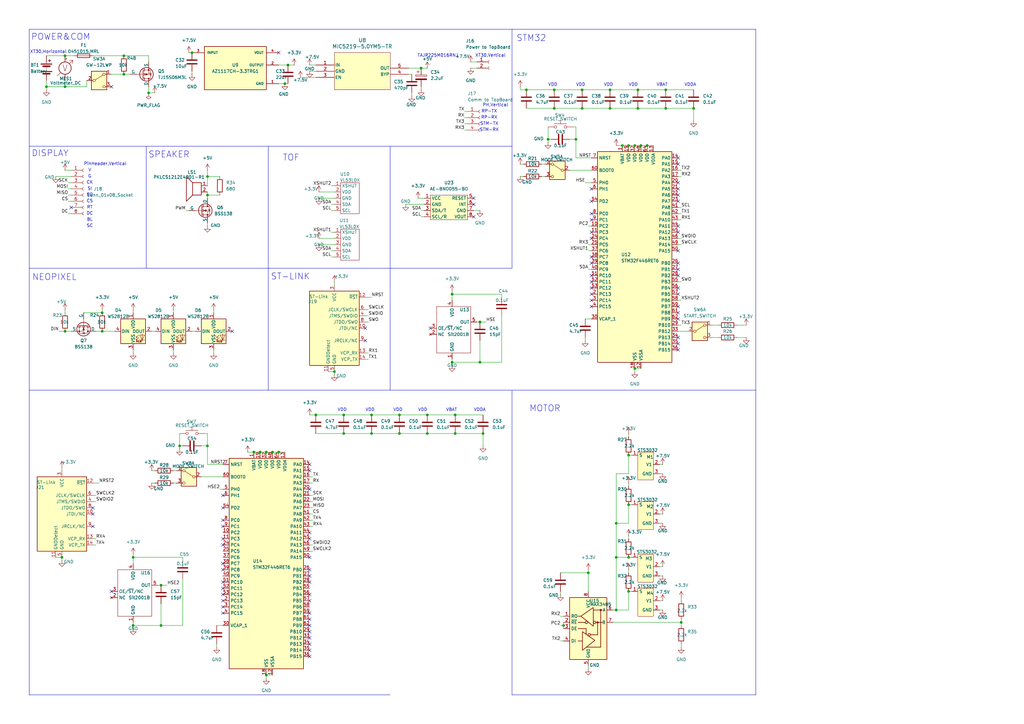
<source format=kicad_sch>
(kicad_sch (version 20231120) (generator "eeschema") (generator_version "8.0")
  (paper "A3")
  (title_block (title "BackBoard Rev.2") (rev "2") (company "Fornax"))
  (lib_symbols
    (symbol "AE-BNO055-BO:AE-BNO055-BO"
      (property "Reference" "U" (at 10.16 7.62 0))
      (property "Value" "AE-BNO055-BO" (at 10.16 5.08 0))
      (symbol "AE-BNO055-BO_1_1"
        (pin power_in line (at 0 2.54 0) (length 2.54) (name "VCC") (number "1"))
        (pin power_in line (at 0 0 0) (length 2.54) (name "GND") (number "2"))
        (pin passive line (at 0 -2.54 0) (length 2.54) (name "SDA/T") (number "3"))
        (pin passive line (at 0 -5.08 0) (length 2.54) (name "SCL/R") (number "4"))
        (pin passive line (at 20.32 2.54 180) (length 2.54) (name "RESET") (number "5"))
        (pin passive line (at 20.32 0 180) (length 2.54) (name "INT") (number "6"))
        (pin power_in line (at 20.32 -2.54 180) (length 2.54) (name "GND") (number "7"))
        (pin power_out line (at 20.32 -5.08 180) (length 2.54) (name "VOUT") (number "8"))
      )
    )
    (symbol "AZ1117CH:AZ1117CH-3.3TRG1" (pin_names (offset 1.016))
      (property "Reference" "U" (at -12.7 11.43 0))
      (property "Value" "AZ1117CH-3.3TRG1" (at 0 0 0))
      (symbol "AZ1117CH-3.3TRG1_0_0"
        (pin power_in line (at 17.78 -6.35 180) (length 5.08) (name "GND") (number "1"))
        (pin power_in line (at 17.78 1.27 180) (length 5.08) (name "OUTPUT") (number "2"))
        (pin power_in line (at -17.78 6.35 0) (length 5.08) (name "INPUT") (number "3"))
      )
      (symbol "AZ1117CH-3.3TRG1_1_0"
        (pin power_out line (at 17.78 6.35 180) (length 5.08) (name "VOUT") (number "4"))
      )
    )
    (symbol "Connector:Conn_01x02_Socket" (pin_names (offset 1.016) hide)
      (property "Reference" "J" (at 0 2.54 0))
      (property "Value" "Conn_01x02_Socket" (at 0 -5.08 0))
      (symbol "Conn_01x02_Socket_1_1"
        (pin passive line (at -5.08 0 0) (length 3.81) (name "Pin_1") (number "1"))
        (pin passive line (at -5.08 -2.54 0) (length 3.81) (name "Pin_2") (number "2"))
      )
    )
    (symbol "Connector:Conn_01x04_Socket" (pin_names (offset 1.016) hide)
      (property "Reference" "J" (at 0 5.08 0))
      (property "Value" "Conn_01x04_Socket" (at 0 -7.62 0))
      (symbol "Conn_01x04_Socket_1_1"
        (pin passive line (at -5.08 2.54 0) (length 3.81) (name "Pin_1") (number "1"))
        (pin passive line (at -5.08 0 0) (length 3.81) (name "Pin_2") (number "2"))
        (pin passive line (at -5.08 -2.54 0) (length 3.81) (name "Pin_3") (number "3"))
        (pin passive line (at -5.08 -5.08 0) (length 3.81) (name "Pin_4") (number "4"))
      )
    )
    (symbol "Connector:Conn_01x08_Socket" (pin_names (offset 1.016) hide)
      (property "Reference" "J" (at 0 10.16 0))
      (property "Value" "Conn_01x08_Socket" (at 0 -12.7 0))
      (symbol "Conn_01x08_Socket_1_1"
        (pin passive line (at -5.08 7.62 0) (length 3.81) (name "Pin_1") (number "1"))
        (pin passive line (at -5.08 5.08 0) (length 3.81) (name "Pin_2") (number "2"))
        (pin passive line (at -5.08 2.54 0) (length 3.81) (name "Pin_3") (number "3"))
        (pin passive line (at -5.08 0 0) (length 3.81) (name "Pin_4") (number "4"))
        (pin passive line (at -5.08 -2.54 0) (length 3.81) (name "Pin_5") (number "5"))
        (pin passive line (at -5.08 -5.08 0) (length 3.81) (name "Pin_6") (number "6"))
        (pin passive line (at -5.08 -7.62 0) (length 3.81) (name "Pin_7") (number "7"))
        (pin passive line (at -5.08 -10.16 0) (length 3.81) (name "Pin_8") (number "8"))
      )
    )
    (symbol "Connector:Conn_ST_STDC14"
      (property "Reference" "J" (at -8.89 16.51 0))
      (property "Value" "Conn_ST_STDC14" (at 17.78 16.51 0))
      (symbol "Conn_ST_STDC14_1_1"
        (pin no_connect line (at -10.16 5.08 0) (length 2.54) hide (name "NC") (number "1"))
        (pin output line (at 12.7 0 180) (length 2.54) (name "JTDI/NC") (number "10"))
        (pin passive line (at -2.54 -17.78 90) (length 2.54) (name "GNDDetect") (number "11"))
        (pin open_collector line (at 12.7 12.7 180) (length 2.54) (name "~{RST}") (number "12"))
        (pin output line (at 12.7 -10.16 180) (length 2.54) (name "VCP_RX") (number "13"))
        (pin input line (at 12.7 -12.7 180) (length 2.54) (name "VCP_TX") (number "14"))
        (pin no_connect line (at -10.16 2.54 0) (length 2.54) hide (name "NC") (number "2"))
        (pin power_in line (at 0 17.78 270) (length 2.54) (name "VCC") (number "3"))
        (pin bidirectional line (at 12.7 5.08 180) (length 2.54) (name "JTMS/SWDIO") (number "4"))
        (pin power_in line (at 0 -17.78 90) (length 2.54) (name "GND") (number "5"))
        (pin output line (at 12.7 7.62 180) (length 2.54) (name "JCLK/SWCLK") (number "6"))
        (pin passive line (at 0 -17.78 90) (length 2.54) hide (name "GND") (number "7"))
        (pin input line (at 12.7 2.54 180) (length 2.54) (name "JTDO/SWO") (number "8"))
        (pin input line (at 12.7 -5.08 180) (length 2.54) (name "JRCLK/NC") (number "9"))
      )
    )
    (symbol "Device:Battery" (pin_numbers hide) (pin_names (offset 0) hide)
      (property "Reference" "BT" (at 2.54 2.54 0))
      (property "Value" "Battery" (at 2.54 0 0))
      (symbol "Battery_1_1"
        (pin passive line (at 0 5.08 270) (length 2.54) (name "+") (number "1"))
        (pin passive line (at 0 -5.08 90) (length 2.54) (name "-") (number "2"))
      )
    )
    (symbol "Device:C" (pin_numbers hide) (pin_names (offset 0.254))
      (property "Reference" "C" (at 0.635 2.54 0))
      (property "Value" "C" (at 0.635 -2.54 0))
      (symbol "C_1_1"
        (pin passive line (at 0 3.81 270) (length 2.794) (name "~") (number "1"))
        (pin passive line (at 0 -3.81 90) (length 2.794) (name "~") (number "2"))
      )
    )
    (symbol "Device:C_Polarized" (pin_numbers hide) (pin_names (offset 0.254))
      (property "Reference" "C" (at 0.635 2.54 0))
      (property "Value" "C_Polarized" (at 0.635 -2.54 0))
      (symbol "C_Polarized_1_1"
        (pin passive line (at 0 3.81 270) (length 2.794) (name "~") (number "1"))
        (pin passive line (at 0 -3.81 90) (length 2.794) (name "~") (number "2"))
      )
    )
    (symbol "Device:Fuse" (pin_numbers hide) (pin_names (offset 0))
      (property "Reference" "F" (at 2.032 0 90))
      (property "Value" "Fuse" (at -1.905 0 90))
      (symbol "Fuse_1_1"
        (pin passive line (at 0 3.81 270) (length 1.27) (name "~") (number "1"))
        (pin passive line (at 0 -3.81 90) (length 1.27) (name "~") (number "2"))
      )
    )
    (symbol "Device:R" (pin_numbers hide) (pin_names (offset 0))
      (property "Reference" "R" (at 2.032 0 90))
      (property "Value" "R" (at 0 0 90))
      (symbol "R_1_1"
        (pin passive line (at 0 3.81 270) (length 1.27) (name "~") (number "1"))
        (pin passive line (at 0 -3.81 90) (length 1.27) (name "~") (number "2"))
      )
    )
    (symbol "Device:Speaker" (pin_names (offset 0) hide)
      (property "Reference" "LS" (at 1.27 5.715 0))
      (property "Value" "Speaker" (at 1.27 3.81 0))
      (symbol "Speaker_1_1"
        (pin input line (at -5.08 0 0) (length 2.54) (name "1") (number "1"))
        (pin input line (at -5.08 -2.54 0) (length 2.54) (name "2") (number "2"))
      )
    )
    (symbol "Device:Voltmeter_DC" (pin_numbers hide) (pin_names (offset 0.0254) hide)
      (property "Reference" "MES" (at -3.302 1.016 0))
      (property "Value" "Voltmeter_DC" (at -3.302 -0.762 0))
      (symbol "Voltmeter_DC_0_0"
        (text "V" (at 0 0 0) (effects (font (size 2.54 2.54))))
      )
      (symbol "Voltmeter_DC_1_1"
        (pin passive line (at 0 -5.08 90) (length 2.54) (name "-") (number "1"))
        (pin passive line (at 0 5.08 270) (length 2.54) (name "+") (number "2"))
      )
    )
    (symbol "Interface_UART:MAX3485"
      (property "Reference" "U" (at -6.985 13.97 0))
      (property "Value" "MAX3485" (at 1.905 13.97 0))
      (symbol "MAX3485_1_1"
        (pin output line (at -10.16 5.08 0) (length 2.54) (name "RO") (number "1"))
        (pin input line (at -10.16 2.54 0) (length 2.54) (name "~{RE}") (number "2"))
        (pin input line (at -10.16 0 0) (length 2.54) (name "DE") (number "3"))
        (pin input line (at -10.16 -5.08 0) (length 2.54) (name "DI") (number "4"))
        (pin power_in line (at 0 -15.24 90) (length 2.54) (name "GND") (number "5"))
        (pin bidirectional line (at 10.16 7.62 180) (length 2.54) (name "A") (number "6"))
        (pin bidirectional line (at 10.16 2.54 180) (length 2.54) (name "B") (number "7"))
        (pin power_in line (at 0 15.24 270) (length 2.54) (name "VCC") (number "8"))
      )
    )
    (symbol "LED:WS2812B" (pin_names (offset 0.254))
      (property "Reference" "D" (at 5.08 5.715 0))
      (property "Value" "WS2812B" (at 1.27 -5.715 0))
      (symbol "WS2812B_0_0"
        (text "RGB" (at 2.286 -4.191 0) (effects (font (size 0.762 0.762))))
      )
      (symbol "WS2812B_1_1"
        (pin power_in line (at 0 7.62 270) (length 2.54) (name "VDD") (number "1"))
        (pin output line (at 7.62 0 180) (length 2.54) (name "DOUT") (number "2"))
        (pin power_in line (at 0 -7.62 90) (length 2.54) (name "VSS") (number "3"))
        (pin input line (at -7.62 0 0) (length 2.54) (name "DIN") (number "4"))
      )
    )
    (symbol "MCU_ST_STM32F4:STM32F446RETx"
      (property "Reference" "U" (at -15.24 44.45 0))
      (property "Value" "STM32F446RETx" (at 10.16 44.45 0))
      (symbol "STM32F446RETx_1_1"
        (pin power_in line (at -5.08 45.72 270) (length 2.54) (name "VBAT") (number "1"))
        (pin bidirectional line (at -17.78 12.7 0) (length 2.54) (name "PC2") (number "10"))
        (pin bidirectional line (at -17.78 10.16 0) (length 2.54) (name "PC3") (number "11"))
        (pin power_in line (at 2.54 -45.72 90) (length 2.54) (name "VSSA") (number "12"))
        (pin power_in line (at 7.62 45.72 270) (length 2.54) (name "VDDA") (number "13"))
        (pin bidirectional line (at 17.78 40.64 180) (length 2.54) (name "PA0") (number "14"))
        (pin bidirectional line (at 17.78 38.1 180) (length 2.54) (name "PA1") (number "15"))
        (pin bidirectional line (at 17.78 35.56 180) (length 2.54) (name "PA2") (number "16"))
        (pin bidirectional line (at 17.78 33.02 180) (length 2.54) (name "PA3") (number "17"))
        (pin power_in line (at 0 -45.72 90) (length 2.54) (name "VSS") (number "18"))
        (pin power_in line (at -2.54 45.72 270) (length 2.54) (name "VDD") (number "19"))
        (pin bidirectional line (at -17.78 -15.24 0) (length 2.54) (name "PC13") (number "2"))
        (pin bidirectional line (at 17.78 30.48 180) (length 2.54) (name "PA4") (number "20"))
        (pin bidirectional line (at 17.78 27.94 180) (length 2.54) (name "PA5") (number "21"))
        (pin bidirectional line (at 17.78 25.4 180) (length 2.54) (name "PA6") (number "22"))
        (pin bidirectional line (at 17.78 22.86 180) (length 2.54) (name "PA7") (number "23"))
        (pin bidirectional line (at -17.78 7.62 0) (length 2.54) (name "PC4") (number "24"))
        (pin bidirectional line (at -17.78 5.08 0) (length 2.54) (name "PC5") (number "25"))
        (pin bidirectional line (at 17.78 -2.54 180) (length 2.54) (name "PB0") (number "26"))
        (pin bidirectional line (at 17.78 -5.08 180) (length 2.54) (name "PB1") (number "27"))
        (pin bidirectional line (at 17.78 -7.62 180) (length 2.54) (name "PB2") (number "28"))
        (pin bidirectional line (at 17.78 -27.94 180) (length 2.54) (name "PB10") (number "29"))
        (pin bidirectional line (at -17.78 -17.78 0) (length 2.54) (name "PC14") (number "3"))
        (pin power_out line (at -17.78 -25.4 0) (length 2.54) (name "VCAP_1") (number "30"))
        (pin passive line (at 0 -45.72 90) (length 2.54) hide (name "VSS") (number "31"))
        (pin power_in line (at 0 45.72 270) (length 2.54) (name "VDD") (number "32"))
        (pin bidirectional line (at 17.78 -30.48 180) (length 2.54) (name "PB12") (number "33"))
        (pin bidirectional line (at 17.78 -33.02 180) (length 2.54) (name "PB13") (number "34"))
        (pin bidirectional line (at 17.78 -35.56 180) (length 2.54) (name "PB14") (number "35"))
        (pin bidirectional line (at 17.78 -38.1 180) (length 2.54) (name "PB15") (number "36"))
        (pin bidirectional line (at -17.78 2.54 0) (length 2.54) (name "PC6") (number "37"))
        (pin bidirectional line (at -17.78 0 0) (length 2.54) (name "PC7") (number "38"))
        (pin bidirectional line (at -17.78 -2.54 0) (length 2.54) (name "PC8") (number "39"))
        (pin bidirectional line (at -17.78 -20.32 0) (length 2.54) (name "PC15") (number "4"))
        (pin bidirectional line (at -17.78 -5.08 0) (length 2.54) (name "PC9") (number "40"))
        (pin bidirectional line (at 17.78 20.32 180) (length 2.54) (name "PA8") (number "41"))
        (pin bidirectional line (at 17.78 17.78 180) (length 2.54) (name "PA9") (number "42"))
        (pin bidirectional line (at 17.78 15.24 180) (length 2.54) (name "PA10") (number "43"))
        (pin bidirectional line (at 17.78 12.7 180) (length 2.54) (name "PA11") (number "44"))
        (pin bidirectional line (at 17.78 10.16 180) (length 2.54) (name "PA12") (number "45"))
        (pin bidirectional line (at 17.78 7.62 180) (length 2.54) (name "PA13") (number "46"))
        (pin passive line (at 0 -45.72 90) (length 2.54) hide (name "VSS") (number "47"))
        (pin power_in line (at 2.54 45.72 270) (length 2.54) (name "VDD") (number "48"))
        (pin bidirectional line (at 17.78 5.08 180) (length 2.54) (name "PA14") (number "49"))
        (pin bidirectional line (at -17.78 30.48 0) (length 2.54) (name "PH0") (number "5"))
        (pin bidirectional line (at 17.78 2.54 180) (length 2.54) (name "PA15") (number "50"))
        (pin bidirectional line (at -17.78 -7.62 0) (length 2.54) (name "PC10") (number "51"))
        (pin bidirectional line (at -17.78 -10.16 0) (length 2.54) (name "PC11") (number "52"))
        (pin bidirectional line (at -17.78 -12.7 0) (length 2.54) (name "PC12") (number "53"))
        (pin bidirectional line (at -17.78 22.86 0) (length 2.54) (name "PD2") (number "54"))
        (pin bidirectional line (at 17.78 -10.16 180) (length 2.54) (name "PB3") (number "55"))
        (pin bidirectional line (at 17.78 -12.7 180) (length 2.54) (name "PB4") (number "56"))
        (pin bidirectional line (at 17.78 -15.24 180) (length 2.54) (name "PB5") (number "57"))
        (pin bidirectional line (at 17.78 -17.78 180) (length 2.54) (name "PB6") (number "58"))
        (pin bidirectional line (at 17.78 -20.32 180) (length 2.54) (name "PB7") (number "59"))
        (pin bidirectional line (at -17.78 27.94 0) (length 2.54) (name "PH1") (number "6"))
        (pin input line (at -17.78 35.56 0) (length 2.54) (name "BOOT0") (number "60"))
        (pin bidirectional line (at 17.78 -22.86 180) (length 2.54) (name "PB8") (number "61"))
        (pin bidirectional line (at 17.78 -25.4 180) (length 2.54) (name "PB9") (number "62"))
        (pin passive line (at 0 -45.72 90) (length 2.54) hide (name "VSS") (number "63"))
        (pin power_in line (at 5.08 45.72 270) (length 2.54) (name "VDD") (number "64"))
        (pin input line (at -17.78 40.64 0) (length 2.54) (name "NRST") (number "7"))
        (pin bidirectional line (at -17.78 17.78 0) (length 2.54) (name "PC0") (number "8"))
        (pin bidirectional line (at -17.78 15.24 0) (length 2.54) (name "PC1") (number "9"))
      )
    )
    (symbol "MIC5219-5.0YM5-TR:MIC5219-5.0YM5-TR" (pin_names (offset 0.254))
      (property "Reference" "U" (at 27.94 10.16 0))
      (property "Value" "MIC5219-5.0YM5-TR" (at 27.94 7.62 0))
      (symbol "MIC5219-5.0YM5-TR_0_1"
        (pin power_in line (at 0 -2.54 0) (length 7.62) (name "GND") (number "2"))
        (pin input line (at 0 -5.08 0) (length 7.62) (name "EN") (number "3"))
        (pin output line (at 38.1 -3.81 180) (length 7.62) (name "BYP") (number "4"))
      )
      (symbol "MIC5219-5.0YM5-TR_1_1"
        (pin power_in line (at 0 0 0) (length 7.62) (name "IN") (number "1"))
        (pin power_out line (at 38.1 -1.27 180) (length 7.62) (name "OUT") (number "5"))
      )
    )
    (symbol "STS3032:STS3032"
      (property "Reference" "M" (at 3.048 3.556 0))
      (property "Value" "STS3032" (at 3.048 5.588 0))
      (symbol "STS3032_1_1"
        (pin bidirectional line (at -2.54 1.27 0) (length 2.54) (name "S") (number "1"))
        (pin power_in line (at 8.89 -2.54 180) (length 2.54) (name "V1") (number "2"))
        (pin power_in line (at 8.89 -6.35 180) (length 2.54) (name "GND") (number "3"))
      )
    )
    (symbol "STS3032_1"
      (property "Reference" "M" (at 3.048 3.556 0))
      (property "Value" "STS3032" (at 3.048 5.588 0))
      (symbol "STS3032_1_1_1"
        (pin bidirectional line (at -2.54 1.27 0) (length 2.54) (name "S") (number "1"))
        (pin power_in line (at 8.89 -2.54 180) (length 2.54) (name "V1") (number "2"))
        (pin power_in line (at 8.89 -6.35 180) (length 2.54) (name "GND") (number "3"))
      )
    )
    (symbol "SiT2001B:Sit2001B"
      (property "Reference" "U" (at 6.35 14.605 0))
      (property "Value" "Sit2001B" (at 5.08 0 0))
      (symbol "Sit2001B_1_1"
        (pin power_in line (at 2.54 -10.16 90) (length 2.54) (name "GND") (number "1"))
        (pin no_connect line (at -6.35 0 0) (length 2.54) (name "NC") (number "2"))
        (pin passive line (at -6.35 2.54 0) (length 2.54) (name "OE/~{ST}/NC") (number "3"))
        (pin power_in line (at 2.54 13.97 270) (length 2.54) (name "VDD") (number "4"))
        (pin output line (at 12.7 5.08 180) (length 2.54) (name "OUT") (number "5"))
      )
    )
    (symbol "Simulation_SPICE:NMOS" (pin_numbers hide) (pin_names (offset 0))
      (property "Reference" "Q" (at 5.08 1.27 0))
      (property "Value" "NMOS" (at 5.08 -1.27 0))
      (symbol "NMOS_1_1"
        (pin passive line (at 2.54 5.08 270) (length 2.54) (name "D") (number "1"))
        (pin input line (at -5.08 0 0) (length 2.54) (name "G") (number "2"))
        (pin passive line (at 2.54 -5.08 90) (length 2.54) (name "S") (number "3"))
      )
    )
    (symbol "Simulation_SPICE:PMOS" (pin_numbers hide) (pin_names (offset 0))
      (property "Reference" "Q" (at 5.08 1.27 0))
      (property "Value" "PMOS" (at 5.08 -1.27 0))
      (symbol "PMOS_1_1"
        (pin passive line (at 2.54 5.08 270) (length 2.54) (name "D") (number "1"))
        (pin input line (at -5.08 0 0) (length 2.54) (name "G") (number "2"))
        (pin passive line (at 2.54 -5.08 90) (length 2.54) (name "S") (number "3"))
      )
    )
    (symbol "Switch:SW_DPDT_x2" (pin_names (offset 0) hide)
      (property "Reference" "SW" (at 0 5.08 0))
      (property "Value" "SW_DPDT_x2" (at 0 -5.08 0))
      (symbol "SW_DPDT_x2_1_1"
        (pin passive line (at 5.08 2.54 180) (length 2.54) (name "A") (number "1"))
        (pin passive line (at -5.08 0 0) (length 2.54) (name "B") (number "2"))
        (pin passive line (at 5.08 -2.54 180) (length 2.54) (name "C") (number "3"))
      )
      (symbol "SW_DPDT_x2_2_1"
        (pin passive line (at 5.08 2.54 180) (length 2.54) (name "A") (number "4"))
        (pin passive line (at -5.08 0 0) (length 2.54) (name "B") (number "5"))
        (pin passive line (at 5.08 -2.54 180) (length 2.54) (name "C") (number "6"))
      )
    )
    (symbol "Switch:SW_Push" (pin_numbers hide) (pin_names (offset 1.016) hide)
      (property "Reference" "SW" (at 1.27 2.54 0))
      (property "Value" "SW_Push" (at 0 -1.524 0))
      (symbol "SW_Push_0_1"
        (pin passive line (at -5.08 0 0) (length 2.54) (name "1") (number "1"))
        (pin passive line (at 5.08 0 180) (length 2.54) (name "2") (number "2"))
      )
    )
    (symbol "VL53l0X:VL53L0X_SwScience"
      (property "Reference" "U" (at 3.302 5.08 0))
      (property "Value" "VL53L0X" (at 3.302 7.112 0))
      (symbol "VL53L0X_SwScience_1_1"
        (pin passive line (at -2.54 2.54 0) (length 2.54) (name "XSHUT") (number "1"))
        (pin power_in line (at -2.54 0 0) (length 2.54) (name "VDD") (number "2"))
        (pin power_in line (at -2.54 -2.54 0) (length 2.54) (name "GND") (number "3"))
        (pin passive line (at -2.54 -5.08 0) (length 2.54) (name "SDA") (number "4"))
        (pin passive line (at -2.54 -7.62 0) (length 2.54) (name "SCL") (number "5"))
      )
    )
    (symbol "power:+3.3V" (power) (pin_numbers hide) (pin_names (offset 0) hide)
      (property "Value" "+3.3V" (at 0 3.556 0))
      (symbol "+3.3V_1_1"
        (pin power_in line (at 0 0 90) (length 0) (name "~") (number "1"))
      )
    )
    (symbol "power:+5V" (power) (pin_numbers hide) (pin_names (offset 0) hide)
      (property "Value" "+5V" (at 0 3.556 0))
      (symbol "+5V_1_1"
        (pin power_in line (at 0 0 90) (length 0) (name "~") (number "1"))
      )
    )
    (symbol "power:+7.5V" (power) (pin_numbers hide) (pin_names (offset 0) hide)
      (property "Value" "+7.5V" (at 0 3.556 0))
      (symbol "+7.5V_1_1"
        (pin power_in line (at 0 0 90) (length 0) (name "~") (number "1"))
      )
    )
    (symbol "power:GND" (power) (pin_numbers hide) (pin_names (offset 0) hide)
      (property "Value" "GND" (at 0 -3.81 0))
      (symbol "GND_1_1"
        (pin power_in line (at 0 0 270) (length 0) (name "~") (number "1"))
      )
    )
    (symbol "power:PWR_FLAG" (power) (pin_numbers hide) (pin_names (offset 0) hide)
      (property "Value" "PWR_FLAG" (at 0 3.81 0))
      (symbol "PWR_FLAG_0_0"
        (pin power_out line (at 0 0 90) (length 0) (name "~") (number "1"))
      )
    )
  )
  (junction (at 227.33 36.83))
  (junction (at 236.22 57.15))
  (junction (at 163.83 177.8))
  (junction (at 224.79 57.15))
  (junction (at 118.11 26.67))
  (junction (at 85.09 72.39))
  (junction (at 260.35 59.69))
  (junction (at 50.8 22.86))
  (junction (at 137.16 152.4))
  (junction (at 252.73 250.19))
  (junction (at 265.43 59.69))
  (junction (at 66.04 240.03))
  (junction (at 50.8 30.48))
  (junction (at 257.81 228.6))
  (junction (at 255.27 59.69))
  (junction (at 109.22 185.42))
  (junction (at 73.66 182.88))
  (junction (at 60.96 38.1))
  (junction (at 252.73 228.6))
  (junction (at 140.97 170.18))
  (junction (at 186.69 170.18))
  (junction (at 78.74 21.59))
  (junction (at 54.61 256.54))
  (junction (at 284.48 44.45))
  (junction (at 238.76 44.45))
  (junction (at 85.09 182.88))
  (junction (at 196.85 132.08))
  (junction (at 262.89 59.69))
  (junction (at 279.4 255.27))
  (junction (at 66.04 256.54))
  (junction (at 140.97 177.8))
  (junction (at 104.14 185.42))
  (junction (at 26.67 135.89))
  (junction (at 257.81 242.57))
  (junction (at 273.05 36.83))
  (junction (at 152.4 177.8))
  (junction (at 41.91 135.89))
  (junction (at 163.83 170.18))
  (junction (at 175.26 170.18))
  (junction (at 54.61 228.6))
  (junction (at 241.3 234.95))
  (junction (at 250.19 44.45))
  (junction (at 114.3 185.42))
  (junction (at 257.81 186.69))
  (junction (at 186.69 177.8))
  (junction (at 25.4 228.6))
  (junction (at 261.62 44.45))
  (junction (at 85.09 80.01))
  (junction (at 257.81 207.01))
  (junction (at 152.4 170.18))
  (junction (at 196.85 148.59))
  (junction (at 198.12 177.8))
  (junction (at 260.35 151.13))
  (junction (at 250.19 36.83))
  (junction (at 215.9 36.83))
  (junction (at 252.73 214.63))
  (junction (at 238.76 36.83))
  (junction (at 19.05 35.56))
  (junction (at 185.42 148.59))
  (junction (at 185.42 120.65))
  (junction (at 111.76 185.42))
  (junction (at 109.22 276.86))
  (junction (at 106.68 185.42))
  (junction (at 172.72 27.94))
  (junction (at 129.54 170.18))
  (junction (at 257.81 59.69))
  (junction (at 231.14 256.54))
  (junction (at 26.67 35.56))
  (junction (at 273.05 44.45))
  (junction (at 261.62 36.83))
  (junction (at 26.67 22.86))
  (junction (at 116.84 34.29))
  (junction (at 41.91 128.27))
  (junction (at 175.26 177.8))
  (junction (at 227.33 44.45))
  (no_connect (at 29.21 85.09))
  (no_connect (at 242.57 113.03))
  (no_connect (at 194.31 88.9))
  (no_connect (at 114.3 21.59))
  (no_connect (at 91.44 223.52))
  (no_connect (at 91.44 243.84))
  (no_connect (at 127 256.54))
  (no_connect (at 127 218.44))
  (no_connect (at 91.44 238.76))
  (no_connect (at 176.53 134.62))
  (no_connect (at 127 259.08))
  (no_connect (at 278.13 80.01))
  (no_connect (at 127 266.7))
  (no_connect (at 91.44 251.46))
  (no_connect (at 278.13 95.25))
  (no_connect (at 278.13 125.73))
  (no_connect (at 91.44 203.2))
  (no_connect (at 242.57 90.17))
  (no_connect (at 242.57 107.95))
  (no_connect (at 91.44 220.98))
  (no_connect (at 194.31 83.82))
  (no_connect (at 127 220.98))
  (no_connect (at 127 246.38))
  (no_connect (at 127 251.46))
  (no_connect (at 278.13 74.93))
  (no_connect (at 91.44 213.36))
  (no_connect (at 278.13 67.31))
  (no_connect (at 91.44 246.38))
  (no_connect (at 95.25 135.89))
  (no_connect (at 91.44 241.3))
  (no_connect (at 127 200.66))
  (no_connect (at 242.57 82.55))
  (no_connect (at 38.1 215.9))
  (no_connect (at 242.57 87.63))
  (no_connect (at 242.57 118.11))
  (no_connect (at 91.44 208.28))
  (no_connect (at 278.13 77.47))
  (no_connect (at 91.44 233.68))
  (no_connect (at 278.13 138.43))
  (no_connect (at 278.13 92.71))
  (no_connect (at 38.1 210.82))
  (no_connect (at 242.57 77.47))
  (no_connect (at 45.72 35.56))
  (no_connect (at 242.57 115.57))
  (no_connect (at 242.57 123.19))
  (no_connect (at 91.44 248.92))
  (no_connect (at 278.13 82.55))
  (no_connect (at 278.13 110.49))
  (no_connect (at 278.13 140.97))
  (no_connect (at 194.31 81.28))
  (no_connect (at 242.57 105.41))
  (no_connect (at 278.13 113.03))
  (no_connect (at 127 193.04))
  (no_connect (at 127 264.16))
  (no_connect (at 127 233.68))
  (no_connect (at 278.13 102.87))
  (no_connect (at 38.1 208.28))
  (no_connect (at 278.13 107.95))
  (no_connect (at 149.86 134.62))
  (no_connect (at 242.57 125.73))
  (no_connect (at 278.13 143.51))
  (no_connect (at 127 190.5))
  (no_connect (at 278.13 118.11))
  (no_connect (at 278.13 128.27))
  (no_connect (at 91.44 231.14))
  (no_connect (at 127 254))
  (no_connect (at 127 269.24))
  (no_connect (at 242.57 95.25))
  (no_connect (at 278.13 64.77))
  (no_connect (at 278.13 130.81))
  (no_connect (at 127 238.76))
  (no_connect (at 127 243.84))
  (no_connect (at 45.72 242.57))
  (no_connect (at 242.57 97.79))
  (no_connect (at 149.86 139.7))
  (no_connect (at 127 228.6))
  (no_connect (at 242.57 120.65))
  (no_connect (at 127 236.22))
  (no_connect (at 127 261.62))
  (no_connect (at 278.13 120.65))
  (no_connect (at 91.44 215.9))
  (polyline (pts (xy 310 160) (xy 310 285)))
  (wire (pts (xy 38.1 203.2) (xy 39.37 203.2)))
  (wire (pts (xy 62.23 198.12) (xy 63.5 198.12)))
  (wire (pts (xy 271.78 194.31) (xy 270.51 194.31)))
  (wire (pts (xy 213.36 35.56) (xy 213.36 36.83)))
  (wire (pts (xy 152.4 170.18) (xy 163.83 170.18)))
  (wire (pts (xy 22.86 228.6) (xy 25.4 228.6)))
  (wire (pts (xy 257.81 242.57) (xy 259.08 242.57)))
  (wire (pts (xy 85.09 78.74) (xy 85.09 80.01)))
  (wire (pts (xy 39.37 135.89) (xy 41.91 135.89)))
  (wire (pts (xy 252.73 250.19) (xy 251.46 250.19)))
  (wire (pts (xy 257.81 207.01) (xy 259.08 207.01)))
  (wire (pts (xy 149.86 129.54) (xy 151.13 129.54)))
  (wire (pts (xy 140.97 170.18) (xy 152.4 170.18)))
  (wire (pts (xy 25.4 191.77) (xy 25.4 193.04)))
  (wire (pts (xy 196.85 139.7) (xy 196.85 148.59)))
  (wire (pts (xy 88.9 264.16) (xy 88.9 265.43)))
  (polyline (pts (xy 210 110) (xy 160 110)))
  (wire (pts (xy 62.23 193.04) (xy 63.5 193.04)))
  (wire (pts (xy 236.22 52.07) (xy 236.22 57.15)))
  (wire (pts (xy 130.81 78.74) (xy 137.16 78.74)))
  (wire (pts (xy 257.81 186.69) (xy 257.81 194.31)))
  (wire (pts (xy 60.96 35.56) (xy 60.96 38.1)))
  (wire (pts (xy 196.85 148.59) (xy 185.42 148.59)))
  (wire (pts (xy 271.78 214.63) (xy 270.51 214.63)))
  (wire (pts (xy 257.81 186.69) (xy 259.08 186.69)))
  (wire (pts (xy 83.82 177.8) (xy 85.09 177.8)))
  (wire (pts (xy 236.22 64.77) (xy 242.57 64.77)))
  (wire (pts (xy 135.89 102.87) (xy 137.16 102.87)))
  (wire (pts (xy 127 170.18) (xy 129.54 170.18)))
  (wire (pts (xy 284.48 44.45) (xy 284.48 49.53)))
  (wire (pts (xy 262.89 59.69) (xy 265.43 59.69)))
  (wire (pts (xy 278.13 87.63) (xy 279.4 87.63)))
  (wire (pts (xy 90.17 200.66) (xy 91.44 200.66)))
  (wire (pts (xy 241.3 234.95) (xy 241.3 242.57)))
  (wire (pts (xy 41.91 135.89) (xy 46.99 135.89)))
  (wire (pts (xy 71.12 127) (xy 71.12 128.27)))
  (wire (pts (xy 278.13 133.35) (xy 279.4 133.35)))
  (wire (pts (xy 279.4 264.16) (xy 279.4 265.43)))
  (polyline (pts (xy 110 160) (xy 12 160)))
  (wire (pts (xy 140.97 177.8) (xy 152.4 177.8)))
  (wire (pts (xy 227.33 36.83) (xy 238.76 36.83)))
  (wire (pts (xy 76.2 86.36) (xy 77.47 86.36)))
  (wire (pts (xy 257.81 250.19) (xy 252.73 250.19)))
  (polyline (pts (xy 160 285) (xy 12 285)))
  (wire (pts (xy 106.68 185.42) (xy 109.22 185.42)))
  (wire (pts (xy 73.66 182.88) (xy 73.66 177.8)))
  (wire (pts (xy 149.86 144.78) (xy 151.13 144.78)))
  (wire (pts (xy 278.13 72.39) (xy 279.4 72.39)))
  (wire (pts (xy 62.23 135.89) (xy 63.5 135.89)))
  (wire (pts (xy 60.96 38.1) (xy 63.5 38.1)))
  (wire (pts (xy 54.61 228.6) (xy 54.61 231.14)))
  (wire (pts (xy 241.3 92.71) (xy 242.57 92.71)))
  (wire (pts (xy 87.63 127) (xy 87.63 128.27)))
  (wire (pts (xy 128.27 195.58) (xy 127 195.58)))
  (wire (pts (xy 135.89 76.2) (xy 137.16 76.2)))
  (wire (pts (xy 85.09 72.39) (xy 85.09 76.2)))
  (wire (pts (xy 241.3 234.95) (xy 229.87 234.95)))
  (wire (pts (xy 74.93 229.87) (xy 74.93 228.6)))
  (polyline (pts (xy 110 110) (xy 160 110)))
  (polyline (pts (xy 60 60) (xy 60 110)))
  (wire (pts (xy 66.04 247.65) (xy 66.04 256.54)))
  (wire (pts (xy 240.03 74.93) (xy 242.57 74.93)))
  (wire (pts (xy 54.61 228.6) (xy 74.93 228.6)))
  (wire (pts (xy 129.54 177.8) (xy 140.97 177.8)))
  (wire (pts (xy 19.05 22.86) (xy 26.67 22.86)))
  (wire (pts (xy 120.65 26.67) (xy 118.11 26.67)))
  (wire (pts (xy 241.3 100.33) (xy 242.57 100.33)))
  (polyline (pts (xy 210 12) (xy 210 60)))
  (wire (pts (xy 236.22 57.15) (xy 236.22 64.77)))
  (polyline (pts (xy 210 60) (xy 210 110)))
  (wire (pts (xy 152.4 177.8) (xy 163.83 177.8)))
  (polyline (pts (xy 110 60) (xy 12 60)))
  (wire (pts (xy 190.5 50.8) (xy 191.77 50.8)))
  (wire (pts (xy 109.22 276.86) (xy 111.76 276.86)))
  (wire (pts (xy 163.83 177.8) (xy 175.26 177.8)))
  (wire (pts (xy 149.86 147.32) (xy 151.13 147.32)))
  (wire (pts (xy 271.78 232.41) (xy 270.51 232.41)))
  (wire (pts (xy 114.3 26.67) (xy 118.11 26.67)))
  (wire (pts (xy 149.86 132.08) (xy 151.13 132.08)))
  (wire (pts (xy 88.9 256.54) (xy 91.44 256.54)))
  (wire (pts (xy 278.13 85.09) (xy 279.4 85.09)))
  (wire (pts (xy 190.5 48.26) (xy 191.77 48.26)))
  (wire (pts (xy 172.72 27.94) (xy 175.26 27.94)))
  (wire (pts (xy 85.09 182.88) (xy 85.09 190.5)))
  (wire (pts (xy 252.73 59.69) (xy 255.27 59.69)))
  (wire (pts (xy 196.85 132.08) (xy 199.39 132.08)))
  (wire (pts (xy 38.1 198.12) (xy 40.64 198.12)))
  (wire (pts (xy 54.61 227.33) (xy 54.61 228.6)))
  (wire (pts (xy 265.43 59.69) (xy 267.97 59.69)))
  (wire (pts (xy 185.42 148.59) (xy 185.42 149.86)))
  (wire (pts (xy 222.25 72.39) (xy 223.52 72.39)))
  (wire (pts (xy 172.72 35.56) (xy 172.72 36.83)))
  (wire (pts (xy 163.83 170.18) (xy 175.26 170.18)))
  (wire (pts (xy 82.55 182.88) (xy 85.09 182.88)))
  (wire (pts (xy 257.81 214.63) (xy 252.73 214.63)))
  (wire (pts (xy 38.1 205.74) (xy 39.37 205.74)))
  (wire (pts (xy 198.12 177.8) (xy 186.69 177.8)))
  (polyline (pts (xy 160 110) (xy 160 160)))
  (wire (pts (xy 257.81 242.57) (xy 257.81 250.19)))
  (wire (pts (xy 38.1 22.86) (xy 50.8 22.86)))
  (wire (pts (xy 175.26 177.8) (xy 186.69 177.8)))
  (wire (pts (xy 130.81 100.33) (xy 137.16 100.33)))
  (wire (pts (xy 302.26 133.35) (xy 306.07 133.35)))
  (wire (pts (xy 193.04 27.94) (xy 195.58 27.94)))
  (wire (pts (xy 284.48 44.45) (xy 273.05 44.45)))
  (wire (pts (xy 278.13 135.89) (xy 281.94 135.89)))
  (wire (pts (xy 137.16 115.57) (xy 137.16 116.84)))
  (wire (pts (xy 87.63 143.51) (xy 87.63 144.78)))
  (wire (pts (xy 34.29 128.27) (xy 41.91 128.27)))
  (wire (pts (xy 260.35 59.69) (xy 262.89 59.69)))
  (wire (pts (xy 224.79 57.15) (xy 224.79 58.42)))
  (wire (pts (xy 128.27 203.2) (xy 127 203.2)))
  (wire (pts (xy 85.09 177.8) (xy 85.09 182.88)))
  (wire (pts (xy 109.22 185.42) (xy 111.76 185.42)))
  (wire (pts (xy 257.81 198.12) (xy 257.81 199.39)))
  (wire (pts (xy 257.81 220.98) (xy 257.81 219.71)))
  (polyline (pts (xy 310 285) (xy 210 285)))
  (wire (pts (xy 19.05 35.56) (xy 26.67 35.56)))
  (wire (pts (xy 271.78 210.82) (xy 270.51 210.82)))
  (wire (pts (xy 41.91 127) (xy 41.91 128.27)))
  (wire (pts (xy 85.09 190.5) (xy 91.44 190.5)))
  (wire (pts (xy 222.25 67.31) (xy 223.52 67.31)))
  (polyline (pts (xy 12 285) (xy 12 160)))
  (wire (pts (xy 35.56 33.02) (xy 35.56 35.56)))
  (wire (pts (xy 130.81 81.28) (xy 137.16 81.28)))
  (wire (pts (xy 129.54 170.18) (xy 140.97 170.18)))
  (wire (pts (xy 229.87 256.54) (xy 231.14 256.54)))
  (polyline (pts (xy 310 12) (xy 310 160)))
  (wire (pts (xy 241.3 110.49) (xy 242.57 110.49)))
  (wire (pts (xy 127 223.52) (xy 128.27 223.52)))
  (polyline (pts (xy 12 160) (xy 12 110)))
  (wire (pts (xy 30.48 22.86) (xy 26.67 22.86)))
  (wire (pts (xy 226.06 57.15) (xy 224.79 57.15)))
  (wire (pts (xy 127 213.36) (xy 128.27 213.36)))
  (wire (pts (xy 213.36 67.31) (xy 214.63 67.31)))
  (wire (pts (xy 241.3 273.05) (xy 241.3 274.32)))
  (wire (pts (xy 240.03 138.43) (xy 240.03 139.7)))
  (wire (pts (xy 185.42 120.65) (xy 185.42 123.19)))
  (wire (pts (xy 257.81 59.69) (xy 260.35 59.69)))
  (wire (pts (xy 77.47 21.59) (xy 78.74 21.59)))
  (wire (pts (xy 229.87 252.73) (xy 231.14 252.73)))
  (wire (pts (xy 50.8 22.86) (xy 60.96 22.86)))
  (wire (pts (xy 26.67 35.56) (xy 35.56 35.56)))
  (wire (pts (xy 215.9 36.83) (xy 227.33 36.83)))
  (wire (pts (xy 213.36 72.39) (xy 214.63 72.39)))
  (wire (pts (xy 271.78 190.5) (xy 270.51 190.5)))
  (wire (pts (xy 85.09 80.01) (xy 90.17 80.01)))
  (wire (pts (xy 278.13 97.79) (xy 279.4 97.79)))
  (wire (pts (xy 78.74 29.21) (xy 78.74 30.48)))
  (polyline (pts (xy 210 285) (xy 210 160)))
  (wire (pts (xy 45.72 30.48) (xy 50.8 30.48)))
  (wire (pts (xy 198.12 177.8) (xy 198.12 182.88)))
  (wire (pts (xy 185.42 120.65) (xy 205.74 120.65)))
  (wire (pts (xy 278.13 115.57) (xy 279.4 115.57)))
  (wire (pts (xy 26.67 127) (xy 26.67 128.27)))
  (wire (pts (xy 240.03 130.81) (xy 242.57 130.81)))
  (wire (pts (xy 271.78 246.38) (xy 270.51 246.38)))
  (polyline (pts (xy 60 110) (xy 12 110)))
  (wire (pts (xy 26.67 69.85) (xy 29.21 69.85)))
  (polyline (pts (xy 110 110) (xy 110 160)))
  (polyline (pts (xy 12 110) (xy 12 60)))
  (wire (pts (xy 167.64 27.94) (xy 172.72 27.94)))
  (polyline (pts (xy 60 110) (xy 110 110)))
  (wire (pts (xy 127 215.9) (xy 128.27 215.9)))
  (wire (pts (xy 127 226.06) (xy 128.27 226.06)))
  (wire (pts (xy 116.84 34.29) (xy 118.11 34.29)))
  (wire (pts (xy 252.73 228.6) (xy 252.73 250.19)))
  (wire (pts (xy 261.62 44.45) (xy 273.05 44.45)))
  (wire (pts (xy 134.62 152.4) (xy 137.16 152.4)))
  (wire (pts (xy 166.37 83.82) (xy 173.99 83.82)))
  (wire (pts (xy 257.81 207.01) (xy 257.81 214.63)))
  (wire (pts (xy 73.66 182.88) (xy 73.66 184.15)))
  (wire (pts (xy 64.77 240.03) (xy 66.04 240.03)))
  (wire (pts (xy 54.61 255.27) (xy 54.61 256.54)))
  (wire (pts (xy 128.27 198.12) (xy 127 198.12)))
  (wire (pts (xy 251.46 255.27) (xy 279.4 255.27)))
  (polyline (pts (xy 110 60) (xy 110 110)))
  (wire (pts (xy 279.4 255.27) (xy 279.4 256.54)))
  (wire (pts (xy 227.33 44.45) (xy 238.76 44.45)))
  (wire (pts (xy 123.19 31.75) (xy 129.54 31.75)))
  (polyline (pts (xy 160 110) (xy 160 60)))
  (wire (pts (xy 250.19 44.45) (xy 261.62 44.45)))
  (wire (pts (xy 195.58 132.08) (xy 196.85 132.08)))
  (wire (pts (xy 233.68 69.85) (xy 242.57 69.85)))
  (polyline (pts (xy 12 60) (xy 12 12)))
  (wire (pts (xy 19.05 35.56) (xy 19.05 36.83)))
  (wire (pts (xy 175.26 170.18) (xy 186.69 170.18)))
  (wire (pts (xy 101.6 185.42) (xy 104.14 185.42)))
  (wire (pts (xy 27.94 80.01) (xy 29.21 80.01)))
  (wire (pts (xy 74.93 182.88) (xy 73.66 182.88)))
  (wire (pts (xy 257.81 177.8) (xy 257.81 179.07)))
  (wire (pts (xy 54.61 127) (xy 54.61 128.27)))
  (wire (pts (xy 205.74 148.59) (xy 196.85 148.59)))
  (wire (pts (xy 278.13 69.85) (xy 279.4 69.85)))
  (wire (pts (xy 114.3 185.42) (xy 116.84 185.42)))
  (wire (pts (xy 185.42 119.38) (xy 185.42 120.65)))
  (wire (pts (xy 231.14 255.27) (xy 231.14 256.54)))
  (wire (pts (xy 205.74 129.54) (xy 205.74 148.59)))
  (wire (pts (xy 205.74 121.92) (xy 205.74 120.65)))
  (wire (pts (xy 127 29.21) (xy 129.54 29.21)))
  (wire (pts (xy 135.89 86.36) (xy 137.16 86.36)))
  (wire (pts (xy 278.13 123.19) (xy 279.4 123.19)))
  (wire (pts (xy 278.13 100.33) (xy 279.4 100.33)))
  (wire (pts (xy 24.13 135.89) (xy 26.67 135.89)))
  (wire (pts (xy 292.1 138.43) (xy 294.64 138.43)))
  (wire (pts (xy 135.89 83.82) (xy 137.16 83.82)))
  (wire (pts (xy 196.85 86.36) (xy 194.31 86.36)))
  (wire (pts (xy 85.09 72.39) (xy 90.17 72.39)))
  (wire (pts (xy 229.87 262.89) (xy 231.14 262.89)))
  (polyline (pts (xy 110 160) (xy 160 160)))
  (wire (pts (xy 149.86 127) (xy 151.13 127)))
  (wire (pts (xy 238.76 36.83) (xy 250.19 36.83)))
  (wire (pts (xy 271.78 236.22) (xy 270.51 236.22)))
  (wire (pts (xy 171.45 81.28) (xy 173.99 81.28)))
  (wire (pts (xy 149.86 121.92) (xy 152.4 121.92)))
  (wire (pts (xy 74.93 237.49) (xy 74.93 256.54)))
  (wire (pts (xy 172.72 88.9) (xy 173.99 88.9)))
  (wire (pts (xy 26.67 135.89) (xy 29.21 135.89)))
  (wire (pts (xy 27.94 82.55) (xy 29.21 82.55)))
  (wire (pts (xy 250.19 36.83) (xy 261.62 36.83)))
  (wire (pts (xy 127 26.67) (xy 129.54 26.67)))
  (wire (pts (xy 27.94 77.47) (xy 29.21 77.47)))
  (wire (pts (xy 260.35 151.13) (xy 262.89 151.13)))
  (wire (pts (xy 71.12 143.51) (xy 71.12 144.78)))
  (wire (pts (xy 137.16 152.4) (xy 137.16 153.67)))
  (wire (pts (xy 82.55 195.58) (xy 91.44 195.58)))
  (wire (pts (xy 38.1 220.98) (xy 39.37 220.98)))
  (wire (pts (xy 71.12 193.04) (xy 72.39 193.04)))
  (wire (pts (xy 167.64 30.48) (xy 168.91 30.48)))
  (wire (pts (xy 185.42 147.32) (xy 185.42 148.59)))
  (wire (pts (xy 257.81 194.31) (xy 252.73 194.31)))
  (wire (pts (xy 54.61 256.54) (xy 54.61 257.81)))
  (wire (pts (xy 114.3 34.29) (xy 116.84 34.29)))
  (wire (pts (xy 25.4 228.6) (xy 25.4 229.87)))
  (wire (pts (xy 128.27 210.82) (xy 127 210.82)))
  (wire (pts (xy 213.36 36.83) (xy 215.9 36.83)))
  (wire (pts (xy 278.13 90.17) (xy 279.4 90.17)))
  (wire (pts (xy 190.5 45.72) (xy 191.77 45.72)))
  (wire (pts (xy 257.81 233.68) (xy 257.81 234.95)))
  (wire (pts (xy 78.74 135.89) (xy 80.01 135.89)))
  (polyline (pts (xy 260 160) (xy 160 160)))
  (wire (pts (xy 66.04 240.03) (xy 68.58 240.03)))
  (wire (pts (xy 229.87 242.57) (xy 229.87 243.84)))
  (wire (pts (xy 252.73 214.63) (xy 252.73 228.6)))
  (polyline (pts (xy 12 12) (xy 110 12)))
  (wire (pts (xy 190.5 53.34) (xy 191.77 53.34)))
  (wire (pts (xy 38.1 223.52) (xy 39.37 223.52)))
  (wire (pts (xy 22.86 72.39) (xy 29.21 72.39)))
  (wire (pts (xy 130.81 97.79) (xy 137.16 97.79)))
  (wire (pts (xy 224.79 57.15) (xy 224.79 52.07)))
  (polyline (pts (xy 310 160) (xy 260 160)))
  (wire (pts (xy 292.1 133.35) (xy 294.64 133.35)))
  (wire (pts (xy 27.94 87.63) (xy 29.21 87.63)))
  (wire (pts (xy 193.04 25.4) (xy 195.58 25.4)))
  (wire (pts (xy 271.78 250.19) (xy 270.51 250.19)))
  (wire (pts (xy 231.14 256.54) (xy 231.14 257.81)))
  (wire (pts (xy 279.4 245.11) (xy 279.4 246.38)))
  (wire (pts (xy 215.9 44.45) (xy 227.33 44.45)))
  (wire (pts (xy 128.27 205.74) (xy 127 205.74)))
  (wire (pts (xy 109.22 276.86) (xy 109.22 278.13)))
  (wire (pts (xy 135.89 95.25) (xy 137.16 95.25)))
  (wire (pts (xy 135.89 105.41) (xy 137.16 105.41)))
  (wire (pts (xy 85.09 69.85) (xy 85.09 72.39)))
  (wire (pts (xy 71.12 198.12) (xy 72.39 198.12)))
  (wire (pts (xy 279.4 254) (xy 279.4 255.27)))
  (wire (pts (xy 26.67 35.56) (xy 26.67 33.02)))
  (wire (pts (xy 104.14 185.42) (xy 106.68 185.42)))
  (wire (pts (xy 273.05 36.83) (xy 284.48 36.83)))
  (wire (pts (xy 257.81 228.6) (xy 259.08 228.6)))
  (wire (pts (xy 85.09 80.01) (xy 85.09 81.28)))
  (wire (pts (xy 168.91 38.1) (xy 168.91 39.37)))
  (wire (pts (xy 186.69 170.18) (xy 198.12 170.18)))
  (wire (pts (xy 54.61 143.51) (xy 54.61 144.78)))
  (polyline (pts (xy 210 12) (xy 310 12)))
  (wire (pts (xy 233.68 57.15) (xy 236.22 57.15)))
  (wire (pts (xy 111.76 185.42) (xy 114.3 185.42)))
  (polyline (pts (xy 210 60) (xy 110 60)))
  (wire (pts (xy 172.72 86.36) (xy 173.99 86.36)))
  (wire (pts (xy 302.26 138.43) (xy 306.07 138.43)))
  (wire (pts (xy 252.73 194.31) (xy 252.73 214.63)))
  (wire (pts (xy 255.27 59.69) (xy 257.81 59.69)))
  (wire (pts (xy 85.09 91.44) (xy 85.09 92.71)))
  (polyline (pts (xy 110 12) (xy 210 12)))
  (wire (pts (xy 66.04 256.54) (xy 54.61 256.54)))
  (wire (pts (xy 50.8 30.48) (xy 53.34 30.48)))
  (wire (pts (xy 261.62 36.83) (xy 273.05 36.83)))
  (wire (pts (xy 27.94 74.93) (xy 29.21 74.93)))
  (wire (pts (xy 238.76 44.45) (xy 250.19 44.45)))
  (wire (pts (xy 241.3 233.68) (xy 241.3 234.95)))
  (wire (pts (xy 234.95 52.07) (xy 236.22 52.07)))
  (wire (pts (xy 260.35 151.13) (xy 260.35 152.4)))
  (wire (pts (xy 128.27 208.28) (xy 127 208.28)))
  (wire (pts (xy 60.96 22.86) (xy 60.96 25.4)))
  (wire (pts (xy 257.81 228.6) (xy 252.73 228.6)))
  (wire (pts (xy 19.05 33.02) (xy 19.05 35.56)))
  (wire (pts (xy 74.93 256.54) (xy 66.04 256.54)))
  (wire (pts (xy 241.3 102.87) (xy 242.57 102.87)))
  (text "RP-RX" (at 200.66 48.26 0) (effects (font (size 1.27 1.27))))
  (text "VDD" (at 149.86 168.91 0) (effects (font (size 1.27 1.27)) (justify left bottom)))
  (text "V" (at 36.83 69.85 0) (effects (font (size 1.27 1.27))))
  (text "STM-RX" (at 200.66 53.34 0) (effects (font (size 1.27 1.27))))
  (text "DISPLAY" (at 20.574 62.992 0) (effects (font (size 2.54 2.54))))
  (text "XT30,Horizontal" (at 19.812 21.336 0) (effects (font (size 1.27 1.27))))
  (text "PH,Vertical" (at 203.2 43.18 0) (effects (font (size 1.27 1.27))))
  (text "VBAT" (at 182.88 168.91 0) (effects (font (size 1.27 1.27)) (justify left bottom)))
  (text "TAJR225M016RNJ" (at 179.578 22.86 0) (effects (font (size 1.27 1.27))))
  (text "XT30,Vertical" (at 201.168 22.86 0) (effects (font (size 1.27 1.27))))
  (text "NEOPIXEL" (at 22.352 113.792 0) (effects (font (size 2.54 2.54))))
  (text "VDDA" (at 194.31 168.91 0) (effects (font (size 1.27 1.27)) (justify left bottom)))
  (text "G" (at 36.83 72.39 0) (effects (font (size 1.27 1.27))))
  (text "BL" (at 36.83 90.17 0) (effects (font (size 1.27 1.27))))
  (text "VDD" (at 138.43 168.91 0) (effects (font (size 1.27 1.27)) (justify left bottom)))
  (text "SI" (at 36.83 77.47 0) (effects (font (size 1.27 1.27))))
  (text "PinHeader,Vertical" (at 43.18 67.31 0) (effects (font (size 1.27 1.27))))
  (text "ST-LINK" (at 119.126 113.538 0) (effects (font (size 2.54 2.54))))
  (text "DC" (at 36.83 87.63 0) (effects (font (size 1.27 1.27))))
  (text "VDD" (at 247.65 35.56 0) (effects (font (size 1.27 1.27)) (justify left bottom)))
  (text "VDD" (at 236.22 35.56 0) (effects (font (size 1.27 1.27)) (justify left bottom)))
  (text "STM32" (at 217.932 15.748 0) (effects (font (size 2.54 2.54))))
  (text "CK" (at 36.83 74.93 0) (effects (font (size 1.27 1.27))))
  (text "VDDA" (at 280.67 35.56 0) (effects (font (size 1.27 1.27)) (justify left bottom)))
  (text "TOF" (at 119.38 64.77 0) (effects (font (size 2.54 2.54))))
  (text "SPEAKER" (at 69.342 63.5 0) (effects (font (size 2.54 2.54))))
  (text "RP-TX" (at 200.66 45.72 0) (effects (font (size 1.27 1.27))))
  (text "VDD" (at 224.79 35.56 0) (effects (font (size 1.27 1.27)) (justify left bottom)))
  (text "VDD" (at 257.81 35.56 0) (effects (font (size 1.27 1.27)) (justify left bottom)))
  (text "STM-TX" (at 200.66 50.8 0) (effects (font (size 1.27 1.27))))
  (text "POWER&COM" (at 24.892 15.24 0) (effects (font (size 2.54 2.54))))
  (text "CS" (at 36.83 82.55 0) (effects (font (size 1.27 1.27))))
  (text "SO" (at 36.83 80.01 0) (effects (font (size 1.27 1.27))))
  (text "SC" (at 36.83 92.71 0) (effects (font (size 1.27 1.27))))
  (text "RT" (at 36.83 85.09 0) (effects (font (size 1.27 1.27))))
  (text "VBAT" (at 269.24 35.56 0) (effects (font (size 1.27 1.27)) (justify left bottom)))
  (text "MOTOR" (at 223.52 167.64 0) (effects (font (size 2.54 2.54))))
  (text "VDD" (at 161.29 168.91 0) (effects (font (size 1.27 1.27)) (justify left bottom)))
  (text "VDD" (at 171.45 168.91 0) (effects (font (size 1.27 1.27)) (justify left bottom)))
  (label "TX" (at 128.27 195.58 0))
  (label "TX4" (at 39.37 223.52 0))
  (label "PC2" (at 229.87 256.54 180))
  (label "SWO" (at 151.13 132.08 0))
  (label "SCL" (at 279.4 85.09 0))
  (label "RX3" (at 190.5 53.34 180))
  (label "SDA" (at 135.89 102.87 180))
  (label "RX2" (at 279.4 72.39 0))
  (label "TX" (at 190.5 45.72 180))
  (label "MOSI" (at 128.27 205.74 0))
  (label "SCL" (at 135.89 86.36 180))
  (label "XSHUT2" (at 279.4 123.19 0))
  (label "MOSI" (at 27.94 77.47 180))
  (label "DIN" (at 24.13 135.89 180))
  (label "SWCLK" (at 151.13 127 0))
  (label "HSE" (at 199.39 132.08 0))
  (label "SDA" (at 172.72 86.36 180))
  (label "SDA" (at 241.3 110.49 180))
  (label "HSE" (at 240.03 74.93 180))
  (label "NRST" (at 237.49 64.77 0))
  (label "TX4" (at 128.27 213.36 0))
  (label "SWCLK2" (at 39.37 203.2 0))
  (label "SWDIO2" (at 39.37 205.74 0))
  (label "PC2" (at 241.3 92.71 180))
  (label "TX3" (at 190.5 50.8 180))
  (label "SWDIO2" (at 128.27 223.52 0))
  (label "SCK" (at 27.94 74.93 180))
  (label "CS" (at 128.27 210.82 0))
  (label "SWDIO" (at 279.4 97.79 0))
  (label "RX4" (at 128.27 215.9 0))
  (label "XSHUT2" (at 135.89 76.2 180))
  (label "SWO" (at 279.4 115.57 0))
  (label "RX" (at 128.27 198.12 0))
  (label "SCL" (at 135.89 105.41 180))
  (label "DC" (at 27.94 87.63 180))
  (label "HSE2" (at 90.17 200.66 180))
  (label "XSHUT1" (at 135.89 95.25 180))
  (label "TX1" (at 151.13 147.32 0))
  (label "NRST" (at 152.4 121.92 0))
  (label "RX" (at 190.5 48.26 180))
  (label "RX1" (at 279.4 90.17 0))
  (label "SCL" (at 172.72 88.9 180))
  (label "RX4" (at 39.37 220.98 0))
  (label "TX2" (at 279.4 69.85 0))
  (label "TX3" (at 279.4 133.35 0))
  (label "XSHUT1" (at 241.3 102.87 180))
  (label "SCK" (at 128.27 203.2 0))
  (label "RX3" (at 241.3 100.33 180))
  (label "NRST2" (at 40.64 198.12 0))
  (label "RX1" (at 151.13 144.78 0))
  (label "MISO" (at 27.94 80.01 180))
  (label "SWCLK2" (at 128.27 226.06 0))
  (label "SWDIO" (at 151.13 129.54 0))
  (label "RX2" (at 229.87 252.73 180))
  (label "SDA" (at 135.89 83.82 180))
  (label "SWCLK" (at 279.4 100.33 0))
  (label "PWM" (at 76.2 86.36 180))
  (label "NRST2" (at 86.36 190.5 0))
  (label "HSE2" (at 68.58 240.03 0))
  (label "CS" (at 27.94 82.55 180))
  (label "TX2" (at 229.87 262.89 180))
  (label "TX1" (at 279.4 87.63 0))
  (label "MISO" (at 128.27 208.28 0))
  (symbol (lib_id "Device:C") (at 152.4 173.99 0) (unit 1)
    (property "Reference" "C49" (at 156.21 172.72 0) (effects (justify left)))
    (property "Value" "0.1uF" (at 156.21 175.26 0) (effects (justify left)))
    (property "Footprint" "Capacitor_SMD:C_0603_1608Metric_Pad1.08x0.95mm_HandSolder" (effects (hide yes)))
  )
  (symbol (lib_id "Device:R") (at 257.81 203.2 0) (unit 1)
    (property "Reference" "R30" (at 253.238 200.66 0) (effects (justify left)))
    (property "Value" "2.2k" (at 256.032 203.2 0) (effects (justify left)))
    (property "Footprint" "Capacitor_SMD:C_0603_1608Metric_Pad1.08x0.95mm_HandSolder" (effects (hide yes)))
    (property "Description" "Resistor" (effects (hide yes)))
  )
  (symbol (lib_id "Device:C") (at 140.97 173.99 0) (unit 1)
    (property "Reference" "C48" (at 144.78 172.72 0) (effects (justify left)))
    (property "Value" "0.1uF" (at 144.78 175.26 0) (effects (justify left)))
    (property "Footprint" "Capacitor_SMD:C_0603_1608Metric_Pad1.08x0.95mm_HandSolder" (effects (hide yes)))
  )
  (symbol (lib_id "Device:R") (at 50.8 26.67 180) (unit 1)
    (property "Reference" "R48" (at 55.88 23.876 0) (effects (justify left)))
    (property "Value" "10k" (at 52.324 26.67 0) (effects (justify left)))
    (property "Footprint" "Resistor_SMD:R_0603_1608Metric" (effects (hide yes)))
    (property "Description" "Resistor" (effects (hide yes)))
  )
  (symbol (lib_id "power:GND") (at 271.78 250.19 0) (mirror y) (unit 1)
    (property "Reference" "#PWR0137" (effects (hide yes)))
    (property "Value" "GND" (at 271.78 253.238 0))
    (property "Description" "Power symbol creates a global label with name \"GND\" , ground" (effects (hide yes)))
  )
  (symbol (lib_id "Simulation_SPICE:PMOS") (at 58.42 30.48 0) (mirror x) (unit 1)
    (property "Reference" "Q5" (at 64.77 29.2099 0) (effects (justify left)))
    (property "Value" "TJ15S06M3L" (at 64.77 31.7499 0) (effects (justify left)))
    (property "Footprint" "Package_TO_SOT_SMD:TO-252-2" (effects (hide yes)))
    (property "Datasheet" "https://ngspice.sourceforge.io/docs/ngspice-html-manual/manual.xhtml#cha_MOSFETs" (effects (hide yes)))
    (property "Description" "P-MOSFET transistor, drain/source/gate" (effects (hide yes)))
    (property "Sim.Device" "PMOS" (effects (hide yes)))
    (property "Sim.Type" "VDMOS" (effects (hide yes)))
    (property "Sim.Pins" "1=D 2=G 3=S" (effects (hide yes)))
  )
  (symbol (lib_id "Device:R") (at 298.45 138.43 270) (mirror x) (unit 1)
    (property "Reference" "R26" (at 298.45 135.89 90))
    (property "Value" "10k" (at 298.45 138.43 90))
    (property "Footprint" "Capacitor_SMD:C_0603_1608Metric_Pad1.08x0.95mm_HandSolder" (effects (hide yes)))
    (property "Description" "Resistor" (effects (hide yes)))
  )
  (symbol (lib_id "MCU_ST_STM32F4:STM32F446RETx") (at 109.22 231.14 0) (unit 1)
    (property "Reference" "U14" (at 103.632 230.124 0) (effects (justify left)))
    (property "Value" "STM32F446RET6" (at 103.632 232.664 0) (effects (justify left)))
    (property "Footprint" "Package_QFP:LQFP-64_10x10mm_P0.5mm" (effects (hide yes)))
    (property "Datasheet" "https://www.st.com/resource/en/datasheet/stm32f446re.pdf" (effects (hide yes)))
    (property "Description" "STMicroelectronics Arm Cortex-M4 MCU, 512KB flash, 128KB RAM, 180 MHz, 1.8-3.6V, 50 GPIO, LQFP64" (effects (hide yes)))
  )
  (symbol (lib_id "Device:C") (at 240.03 134.62 0) (unit 1)
    (property "Reference" "C45" (at 233.426 133.35 0) (effects (justify left)))
    (property "Value" "4.7uF" (at 233.426 135.89 0) (effects (justify left)))
    (property "Footprint" "Capacitor_SMD:C_0603_1608Metric_Pad1.08x0.95mm_HandSolder" (effects (hide yes)))
    (property "Description" "Unpolarized capacitor" (effects (hide yes)))
  )
  (symbol (lib_id "Device:Voltmeter_DC") (at 26.67 27.94 0) (unit 1)
    (property "Reference" "MES1" (at 24.384 32.258 0) (effects (justify left)))
    (property "Value" "Voltmeter_DC" (at 20.574 34.036 0) (effects (justify left)))
    (property "Footprint" "Connector_JST:JST_XH_B2B-XH-A_1x02_P2.50mm_Vertical" (effects (hide yes)))
    (property "Description" "DC voltmeter" (effects (hide yes)))
  )
  (symbol (lib_id "power:GND") (at 240.03 139.7 0) (unit 1)
    (property "Reference" "#PWR0109" (effects (hide yes)))
    (property "Value" "GND" (at 240.03 144.78 0))
    (property "Description" "Power symbol creates a global label with name \"GND\" , ground" (effects (hide yes)))
  )
  (symbol (lib_id "MIC5219-5.0YM5-TR:MIC5219-5.0YM5-TR") (at 129.54 26.67 0) (unit 1)
    (property "Reference" "U8" (at 148.59 16.51 0) (effects (font (size 1.524 1.524))))
    (property "Value" "MIC5219-5.0YM5-TR" (at 148.59 19.05 0) (effects (font (size 1.524 1.524))))
    (property "Footprint" "Package_TO_SOT_SMD:SOT-23-5" (effects (hide yes)))
    (property "Datasheet" "MIC5219-5.0YM5-TR" (effects (hide yes)))
  )
  (symbol (lib_id "power:GND") (at 284.48 49.53 0) (unit 1)
    (property "Reference" "#PWR087" (effects (hide yes)))
    (property "Value" "GND" (at 284.48 54.61 0))
  )
  (symbol (lib_id "Device:Battery") (at 19.05 27.94 0) (unit 1)
    (property "Reference" "BT1" (at 12.446 26.67 0) (effects (justify left)))
    (property "Value" "Battery" (at 12.446 29.21 0) (effects (justify left)))
    (property "Footprint" "Connector_AMASS:AMASS_XT30PW-F_1x02_P2.50mm_Horizontal" (effects (hide yes)))
    (property "Description" "Multiple-cell battery" (effects (hide yes)))
  )
  (symbol (lib_id "Switch:SW_Push") (at 229.87 52.07 0) (unit 1)
    (property "Reference" "SW4" (at 229.616 47.244 0))
    (property "Value" "RESET_SWITCH" (at 229.87 48.768 0))
    (property "Footprint" "SKRPACE010:SW_SKRPACE010" (effects (hide yes)))
    (property "Description" "Push button switch, generic, two pins" (effects (hide yes)))
  )
  (symbol (lib_id "Device:C") (at 261.62 40.64 0) (unit 1)
    (property "Reference" "C40" (at 265.43 39.37 0) (effects (justify left)))
    (property "Value" "0.1uF" (at 265.43 41.91 0) (effects (justify left)))
    (property "Footprint" "Capacitor_SMD:C_0603_1608Metric_Pad1.08x0.95mm_HandSolder" (effects (hide yes)))
  )
  (symbol (lib_id "power:+5V") (at 26.67 69.85 0) (unit 1)
    (property "Reference" "#PWR091" (effects (hide yes)))
    (property "Value" "+5V" (at 26.67 66.548 0))
    (property "Description" "Power symbol creates a global label with name \"+5V\"" (effects (hide yes)))
  )
  (symbol (lib_id "power:GND") (at 88.9 265.43 0) (unit 1)
    (property "Reference" "#PWR0141" (effects (hide yes)))
    (property "Value" "GND" (at 88.9 270.51 0))
    (property "Description" "Power symbol creates a global label with name \"GND\" , ground" (effects (hide yes)))
  )
  (symbol (lib_id "Simulation_SPICE:NMOS") (at 82.55 86.36 0) (unit 1)
    (property "Reference" "Q6" (at 88.9 85.0899 0) (effects (justify left)))
    (property "Value" "BSS138" (at 87.884 87.63 0) (effects (justify left)))
    (property "Footprint" "Package_TO_SOT_SMD:SOT-23" (effects (hide yes)))
    (property "Datasheet" "https://ngspice.sourceforge.io/docs/ngspice-html-manual/manual.xhtml#cha_MOSFETs" (effects (hide yes)))
    (property "Description" "N-MOSFET transistor, drain/source/gate" (effects (hide yes)))
    (property "Sim.Device" "NMOS" (effects (hide yes)))
    (property "Sim.Type" "VDMOS" (effects (hide yes)))
    (property "Sim.Pins" "1=D 2=G 3=S" (effects (hide yes)))
  )
  (symbol (lib_id "Device:R") (at 279.4 260.35 0) (unit 1)
    (property "Reference" "R35" (at 281.94 259.0799 0) (effects (justify left)))
    (property "Value" "2.2k" (at 277.622 260.35 0) (effects (justify left)))
    (property "Footprint" "Capacitor_SMD:C_0603_1608Metric_Pad1.08x0.95mm_HandSolder" (effects (hide yes)))
    (property "Description" "Resistor" (effects (hide yes)))
  )
  (symbol (lib_id "power:GND") (at 87.63 144.78 0) (unit 1)
    (property "Reference" "#PWR0112" (effects (hide yes)))
    (property "Value" "GND" (at 87.63 149.86 0))
    (property "Description" "Power symbol creates a global label with name \"GND\" , ground" (effects (hide yes)))
  )
  (symbol (lib_id "power:+7.5V") (at 127 26.67 0) (unit 1)
    (property "Reference" "#PWR075" (effects (hide yes)))
    (property "Value" "+7.5V" (at 128.016 23.368 0))
    (property "Description" "Power symbol creates a global label with name \"+7.5V\"" (effects (hide yes)))
  )
  (symbol (lib_id "power:+3.3V") (at 54.61 227.33 0) (unit 1)
    (property "Reference" "#PWR0133" (effects (hide yes)))
    (property "Value" "+3.3V" (at 54.61 222.25 0))
  )
  (symbol (lib_id "Device:R") (at 41.91 132.08 0) (unit 1)
    (property "Reference" "R24" (at 36.83 129.286 0) (effects (justify left)))
    (property "Value" "10k" (at 39.878 132.08 0) (effects (justify left)))
    (property "Footprint" "Capacitor_SMD:C_0603_1608Metric_Pad1.08x0.95mm_HandSolder" (effects (hide yes)))
    (property "Description" "Resistor" (effects (hide yes)))
  )
  (symbol (lib_id "Device:C") (at 74.93 233.68 0) (unit 1)
    (property "Reference" "C55" (at 73.66 227.33 0) (effects (justify left)))
    (property "Value" "0.1uF" (at 72.39 231.14 0) (effects (justify left)))
    (property "Footprint" "Capacitor_SMD:C_0603_1608Metric_Pad1.08x0.95mm_HandSolder" (effects (hide yes)))
  )
  (symbol (lib_id "Device:R") (at 26.67 132.08 0) (unit 1)
    (property "Reference" "R23" (at 21.59 129.286 0) (effects (justify left)))
    (property "Value" "10k" (at 24.638 132.08 0) (effects (justify left)))
    (property "Footprint" "Capacitor_SMD:C_0603_1608Metric_Pad1.08x0.95mm_HandSolder" (effects (hide yes)))
    (property "Description" "Resistor" (effects (hide yes)))
  )
  (symbol (lib_id "VL53l0X:VL53L0X_SwScience") (at 139.7 97.79 0) (unit 1)
    (property "Reference" "U11" (at 139.192 90.424 0) (effects (justify left)))
    (property "Value" "VL53L0X" (at 139.192 92.964 0) (effects (justify left)))
    (property "Footprint" "Connector_PinHeader_2.54mm:PinHeader_1x05_P2.54mm_Vertical" (effects (hide yes)))
  )
  (symbol (lib_id "power:+3.3V") (at 185.42 119.38 0) (unit 1)
    (property "Reference" "#PWR0101" (effects (hide yes)))
    (property "Value" "+3.3V" (at 185.42 114.3 0))
  )
  (symbol (lib_name "STS3032_1") (lib_id "STS3032:STS3032") (at 261.62 229.87 0) (unit 1)
    (property "Reference" "M3" (at 264.668 229.108 0) (effects (justify left)))
    (property "Value" "STS3032" (at 261.112 226.314 0) (effects (justify left)))
    (property "Footprint" "Connector_JST:JST_XH_B3B-XH-A_1x03_P2.50mm_Vertical" (effects (hide yes)))
  )
  (symbol (lib_id "power:+3.3V") (at 241.3 233.68 0) (unit 1)
    (property "Reference" "#PWR0130" (effects (hide yes)))
    (property "Value" "+3.3V" (at 241.3 228.6 0))
    (property "Description" "Power symbol creates a global label with name \"+3.3V\"" (effects (hide yes)))
  )
  (symbol (lib_id "Device:C") (at 118.11 30.48 0) (unit 1)
    (property "Reference" "C33" (at 113.03 29.21 0) (effects (justify left)))
    (property "Value" "22uF" (at 113.03 31.75 0) (effects (justify left)))
    (property "Footprint" "Capacitor_SMD:C_0603_1608Metric_Pad1.08x0.95mm_HandSolder" (effects (hide yes)))
    (property "Description" "Unpolarized capacitor" (effects (hide yes)))
  )
  (symbol (lib_id "power:+7.5V") (at 271.78 190.5 0) (mirror y) (unit 1)
    (property "Reference" "#PWR0121" (effects (hide yes)))
    (property "Value" "+7.5V" (at 271.78 186.944 0))
    (property "Description" "Power symbol creates a global label with name \"+7.5V\"" (effects (hide yes)))
  )
  (symbol (lib_id "power:+3.3V") (at 120.65 26.67 0) (unit 1)
    (property "Reference" "#PWR074" (effects (hide yes)))
    (property "Value" "+3.3V" (at 120.65 21.59 0))
    (property "Description" "Power symbol creates a global label with name \"+3.3V\"" (effects (hide yes)))
  )
  (symbol (lib_id "power:+3.3V") (at 257.81 177.8 0) (unit 1)
    (property "Reference" "#PWR0118" (effects (hide yes)))
    (property "Value" "+3.3V" (at 257.81 175.768 0))
    (property "Description" "Power symbol creates a global label with name \"+3.3V\"" (effects (hide yes)))
  )
  (symbol (lib_id "power:GND") (at 271.78 194.31 0) (mirror y) (unit 1)
    (property "Reference" "#PWR0123" (effects (hide yes)))
    (property "Value" "GND" (at 271.78 197.358 0))
    (property "Description" "Power symbol creates a global label with name \"GND\" , ground" (effects (hide yes)))
  )
  (symbol (lib_id "MCU_ST_STM32F4:STM32F446RETx") (at 260.35 105.41 0) (unit 1)
    (property "Reference" "U12" (at 254.762 104.394 0) (effects (justify left)))
    (property "Value" "STM32F446RET6" (at 254.762 106.934 0) (effects (justify left)))
    (property "Footprint" "Package_QFP:LQFP-64_10x10mm_P0.5mm" (effects (hide yes)))
    (property "Datasheet" "https://www.st.com/resource/en/datasheet/stm32f446re.pdf" (effects (hide yes)))
    (property "Description" "STMicroelectronics Arm Cortex-M4 MCU, 512KB flash, 128KB RAM, 180 MHz, 1.8-3.6V, 50 GPIO, LQFP64" (effects (hide yes)))
  )
  (symbol (lib_id "power:GND") (at 279.4 265.43 0) (unit 1)
    (property "Reference" "#PWR0139" (effects (hide yes)))
    (property "Value" "GND" (at 279.4 270.51 0))
    (property "Description" "Power symbol creates a global label with name \"GND\" , ground" (effects (hide yes)))
  )
  (symbol (lib_id "power:+3.3V") (at 213.36 67.31 0) (unit 1)
    (property "Reference" "#PWR090" (effects (hide yes)))
    (property "Value" "+3.3V" (at 213.106 63.754 0))
    (property "Description" "Power symbol creates a global label with name \"+3.3V\"" (effects (hide yes)))
  )
  (symbol (lib_id "power:GND") (at 22.86 72.39 0) (unit 1)
    (property "Reference" "#PWR092" (effects (hide yes)))
    (property "Value" "GND" (at 20.32 72.644 0))
    (property "Description" "Power symbol creates a global label with name \"GND\" , ground" (effects (hide yes)))
  )
  (symbol (lib_id "SiT2001B:Sit2001B") (at 52.07 245.11 0) (unit 1)
    (property "Reference" "U16" (at 59.69 234.95 0))
    (property "Value" "Sit2001B" (at 57.15 245.11 0))
    (property "Footprint" "Package_TO_SOT_SMD:SOT-23-5" (effects (hide yes)))
  )
  (symbol (lib_id "Device:C") (at 78.74 25.4 0) (unit 1)
    (property "Reference" "C32" (at 71.882 24.638 0) (effects (justify left)))
    (property "Value" "10uF" (at 71.882 27.178 0) (effects (justify left)))
    (property "Footprint" "Capacitor_SMD:C_0603_1608Metric_Pad1.08x0.95mm_HandSolder" (effects (hide yes)))
    (property "Description" "Unpolarized capacitor" (effects (hide yes)))
  )
  (symbol (lib_id "Connector:Conn_01x08_Socket") (at 34.29 77.47 0) (unit 1)
    (property "Reference" "J18" (at 38.354 77.47 0) (effects (justify left)))
    (property "Value" "Conn_01x08_Socket" (at 35.56 80.0099 0) (effects (justify left)))
    (property "Footprint" "Connector_PinSocket_2.54mm:PinSocket_1x08_P2.54mm_Vertical" (effects (hide yes)))
    (property "Description" "Generic connector, single row, 01x08, script generated" (effects (hide yes)))
  )
  (symbol (lib_id "power:+3.3V") (at 306.07 133.35 0) (mirror y) (unit 1)
    (property "Reference" "#PWR0107" (effects (hide yes)))
    (property "Value" "+3.3V" (at 305.816 129.794 0))
    (property "Description" "Power symbol creates a global label with name \"+3.3V\"" (effects (hide yes)))
  )
  (symbol (lib_id "Switch:SW_DPDT_x2") (at 40.64 33.02 0) (unit 1)
    (property "Reference" "SW3" (at 40.64 24.13 0))
    (property "Value" "GW-12LWP" (at 40.64 26.67 0))
    (property "Footprint" "GW-12LWP:GW-12LWP" (effects (hide yes)))
    (property "Description" "Switch, dual pole double throw, separate symbols" (effects (hide yes)))
  )
  (symbol (lib_id "STS3032:STS3032") (at 261.62 187.96 0) (unit 1)
    (property "Reference" "M1" (at 265.176 187.452 0) (effects (justify left)))
    (property "Value" "STS3032" (at 261.366 184.658 0) (effects (justify left)))
    (property "Footprint" "Connector_JST:JST_XH_B3B-XH-A_1x03_P2.50mm_Vertical" (effects (hide yes)))
  )
  (symbol (lib_id "power:GND") (at 198.12 182.88 0) (unit 1)
    (property "Reference" "#PWR0117" (effects (hide yes)))
    (property "Value" "GND" (at 198.12 187.96 0))
  )
  (symbol (lib_id "Device:C_Polarized") (at 172.72 31.75 0) (unit 1)
    (property "Reference" "C34" (at 176.53 29.5909 0) (effects (justify left)))
    (property "Value" "2.2uF" (at 176.53 32.1309 0) (effects (justify left)))
    (property "Footprint" "Capacitor_SMD:C_0805_2012Metric" (effects (hide yes)))
    (property "Description" "Polarized capacitor" (effects (hide yes)))
  )
  (symbol (lib_id "Connector:Conn_ST_STDC14") (at 25.4 210.82 0) (unit 1)
    (property "Reference" "J21" (at 18.288 199.898 0) (effects (justify right)))
    (property "Value" "ST-Link" (at 22.86 197.866 0) (effects (justify right)))
    (property "Footprint" "STDC14:CONN14_3220-14_CNC" (effects (hide yes)))
    (property "Datasheet" "https://www.st.com/content/ccc/resource/technical/document/user_manual/group1/99/49/91/b6/b2/3a/46/e5/DM00526767/files/DM00526767.pdf/jcr:content/translations/en.DM00526767.pdf" (effects (hide yes)))
    (property "Description" "ST Debug Connector, standard ARM Cortex-M SWD and JTAG interface plus UART" (effects (hide yes)))
  )
  (symbol (lib_id "Device:C") (at 163.83 173.99 0) (unit 1)
    (property "Reference" "C50" (at 167.64 172.72 0) (effects (justify left)))
    (property "Value" "0.1uF" (at 167.64 175.26 0) (effects (justify left)))
    (property "Footprint" "Capacitor_SMD:C_0603_1608Metric_Pad1.08x0.95mm_HandSolder" (effects (hide yes)))
  )
  (symbol (lib_id "AZ1117CH:AZ1117CH-3.3TRG1") (at 96.52 27.94 0) (unit 1)
    (property "Reference" "U9" (at 96.52 26.67 0))
    (property "Value" "AZ1117CH-3.3TRG1" (at 96.52 29.21 0))
    (property "Footprint" "AZ1117CH-3.3TRG1:DIODES_AZ1117CH-3.3TRG1_0" (effects (hide yes)))
    (property "Datasheet" "https://www.diodes.com/assets/Datasheets/AZ1117C.pdf" (effects (hide yes)))
    (property "MOUSER_DESCRIPTION" "LDO Voltage Regulators LDO BJT HiCurr 1.15V at 1A" (effects (hide yes)))
    (property "NUMBER_OF_OUTPUTS" "1" (effects (hide yes)))
    (property "Check_prices" "https://www.snapeda.com/parts/AZ1117CH-3.3TRG1/Diodes+Inc./view-part/?ref=eda" (effects (hide yes)))
    (property "MOUSER_PART_NUMBER" "621-AZ1117CH-3.3TRG1" (effects (hide yes)))
    (property "MFG_PACKAGE_IDENT_DATE" "03/2017" (effects (hide yes)))
    (property "PREFIX" "U" (effects (hide yes)))
    (property "MAX_SUPPLY_VOLTAGE" "15V" (effects (hide yes)))
    (property "ACCURACY_PERCENTAGE" "1%" (effects (hide yes)))
    (property "TEMPERATURE_RANGE_LOW" "-20°C" (effects (hide yes)))
    (property "OUTPUT_CURRENT" "0.8A" (effects (hide yes)))
    (property "OUTPUT_VOLTAGE" "3.3V" (effects (hide yes)))
    (property "LEAD_FREE" "yes" (effects (hide yes)))
    (property "CENTROID_NOT_SPECIFIED" "No" (effects (hide yes)))
    (property "Description_1" "\n1.35A 3.3V LDO Reg. Current Limit SOT223 | Diodes Inc AZ1117CH-3.3TRG1\n" (effects (hide yes)))
    (property "Price" "None" (effects (hide yes)))
    (property "Package" "SOT-223 Diodes Inc." (effects (hide yes)))
    (property "DEVICE_CLASS_L1" "Integrated Circuits (ICs)" (effects (hide yes)))
    (property "DEVICE_CLASS_L3" "Voltage Regulators - Linear" (effects (hide yes)))
    (property "DEVICE_CLASS_L2" "Power Management ICs" (effects (hide yes)))
    (property "MAX_JUNCTION_TEMP" "+125°C" (effects (hide yes)))
    (property "MP" "AZ1117CH-3.3TRG1" (effects (hide yes)))
    (property "DIGIKEY_PART_NUMBER" "AZ1117CH-3.3TRG1DICT-ND" (effects (hide yes)))
    (property "FOOTPRINT_URL" "https://www.diodes.com/assets/Package-Files/SOT223.pdf" (effects (hide yes)))
    (property "AMBIENT_TEMPERATURE_RANGE_HIGH" "+85°C" (effects (hide yes)))
    (property "PACKAGE" "SOT223" (effects (hide yes)))
    (property "DIGIKEY_DESCRIPTION" "IC REG LINEAR 3.3V 800MA SOT223" (effects (hide yes)))
    (property "HEIGHT" "1.8mm" (effects (hide yes)))
    (property "SnapEDA_Link" "https://www.snapeda.com/parts/AZ1117CH-3.3TRG1/Diodes+Inc./view-part/?ref=snap" (effects (hide yes)))
    (property "VERIFICATION_VERSION" "0.0.0.1" (effects (hide yes)))
    (property "DROPOUT_VOLTAGE" "1.2V" (effects (hide yes)))
    (property "STANDOFF_HEIGHT" "0.01mm" (effects (hide yes)))
    (property "MFG_PACKAGE_IDENT" "SOT223" (effects (hide yes)))
    (property "MF" "Diodes Inc." (effects (hide yes)))
    (property "Purchase-URL" "https://www.snapeda.com/api/url_track_click_mouser/?unipart_id=490260&manufacturer=Diodes Inc.&part_name=AZ1117CH-3.3TRG1&search_term=az1117ch-3.3trg1" (effects (hide yes)))
    (property "MPN" "AZ1117CH-3.3TRG1" (effects (hide yes)))
    (property "TEMPERATURE_RANGE_HIGH" "+125°C" (effects (hide yes)))
    (property "NOMINAL_SUPPLY_CURRENT" "4mA" (effects (hide yes)))
    (property "MFG_PACKAGE_IDENT_REV" "0" (effects (hide yes)))
    (property "Availability" "In Stock" (effects (hide yes)))
    (property "ROHS" "yes" (effects (hide yes)))
    (property "AMBIENT_TEMPERATURE_RANGE_LOW" "-40°C" (effects (hide yes)))
  )
  (symbol (lib_id "power:+3.3V") (at 101.6 185.42 0) (unit 1)
    (property "Reference" "#PWR0120" (effects (hide yes)))
    (property "Value" "+3.3V" (at 101.6 180.34 0))
    (property "Description" "Power symbol creates a global label with name \"+3.3V\"" (effects (hide yes)))
  )
  (symbol (lib_id "power:+7.5V") (at 193.04 25.4 0) (unit 1)
    (property "Reference" "#PWR073" (effects (hide yes)))
    (property "Value" "+7.5V" (at 189.738 23.114 0))
    (property "Description" "Power symbol creates a global label with name \"+7.5V\"" (effects (hide yes)))
  )
  (symbol (lib_id "Connector:Conn_ST_STDC14") (at 137.16 134.62 0) (unit 1)
    (property "Reference" "J19" (at 130.048 123.698 0) (effects (justify right)))
    (property "Value" "ST-Link" (at 134.62 121.666 0) (effects (justify right)))
    (property "Footprint" "STDC14:CONN14_3220-14_CNC" (effects (hide yes)))
    (property "Datasheet" "https://www.st.com/content/ccc/resource/technical/document/user_manual/group1/99/49/91/b6/b2/3a/46/e5/DM00526767/files/DM00526767.pdf/jcr:content/translations/en.DM00526767.pdf" (effects (hide yes)))
    (property "Description" "ST Debug Connector, standard ARM Cortex-M SWD and JTAG interface plus UART" (effects (hide yes)))
  )
  (symbol (lib_id "power:+5V") (at 87.63 127 0) (unit 1)
    (property "Reference" "#PWR0106" (effects (hide yes)))
    (property "Value" "+5V" (at 87.63 121.92 0))
    (property "Description" "Power symbol creates a global label with name \"+5V\"" (effects (hide yes)))
  )
  (symbol (lib_id "power:GND") (at 109.22 278.13 0) (unit 1)
    (property "Reference" "#PWR0144" (effects (hide yes)))
    (property "Value" "GND" (at 109.22 283.21 0))
    (property "Description" "Power symbol creates a global label with name \"GND\" , ground" (effects (hide yes)))
  )
  (symbol (lib_id "Device:C") (at 88.9 260.35 0) (unit 1)
    (property "Reference" "C56" (at 82.296 259.08 0) (effects (justify left)))
    (property "Value" "4.7uF" (at 82.296 261.62 0) (effects (justify left)))
    (property "Footprint" "Capacitor_SMD:C_0603_1608Metric_Pad1.08x0.95mm_HandSolder" (effects (hide yes)))
    (property "Description" "Unpolarized capacitor" (effects (hide yes)))
  )
  (symbol (lib_id "Device:C") (at 66.04 243.84 0) (unit 1)
    (property "Reference" "C57" (at 69.85 242.57 0) (effects (justify left)))
    (property "Value" "15pF" (at 69.85 245.11 0) (effects (justify left)))
    (property "Footprint" "Capacitor_SMD:C_0603_1608Metric_Pad1.08x0.95mm_HandSolder" (effects (hide yes)))
  )
  (symbol (lib_id "power:GND") (at 71.12 144.78 0) (unit 1)
    (property "Reference" "#PWR0111" (effects (hide yes)))
    (property "Value" "GND" (at 71.12 149.86 0))
    (property "Description" "Power symbol creates a global label with name \"GND\" , ground" (effects (hide yes)))
  )
  (symbol (lib_id "power:+3.3V") (at 252.73 59.69 0) (unit 1)
    (property "Reference" "#PWR089" (effects (hide yes)))
    (property "Value" "+3.3V" (at 252.73 54.61 0))
    (property "Description" "Power symbol creates a global label with name \"+3.3V\"" (effects (hide yes)))
  )
  (symbol (lib_id "Device:C") (at 205.74 125.73 0) (unit 1)
    (property "Reference" "C44" (at 204.47 119.38 0) (effects (justify left)))
    (property "Value" "0.1uF" (at 203.2 123.19 0) (effects (justify left)))
    (property "Footprint" "Capacitor_SMD:C_0603_1608Metric_Pad1.08x0.95mm_HandSolder" (effects (hide yes)))
  )
  (symbol (lib_id "power:+7.5V") (at 63.5 38.1 0) (unit 1)
    (property "Reference" "#PWR085" (effects (hide yes)))
    (property "Value" "+7.5V" (at 65.532 35.306 0))
    (property "Description" "Power symbol creates a global label with name \"+7.5V\"" (effects (hide yes)))
  )
  (symbol (lib_id "Device:C") (at 168.91 34.29 0) (unit 1)
    (property "Reference" "C35" (at 161.544 33.528 0) (effects (justify left)))
    (property "Value" "470pF" (at 161.544 36.068 0) (effects (justify left)))
    (property "Footprint" "Capacitor_SMD:C_0603_1608Metric_Pad1.08x0.95mm_HandSolder" (effects (hide yes)))
    (property "Description" "Unpolarized capacitor" (effects (hide yes)))
  )
  (symbol (lib_id "power:+3.3V") (at 257.81 233.68 0) (unit 1)
    (property "Reference" "#PWR0131" (effects (hide yes)))
    (property "Value" "+3.3V" (at 257.81 231.648 0))
    (property "Description" "Power symbol creates a global label with name \"+3.3V\"" (effects (hide yes)))
  )
  (symbol (lib_id "Device:R") (at 67.31 193.04 90) (unit 1)
    (property "Reference" "R28" (at 67.31 190.754 90))
    (property "Value" "10k" (at 67.31 193.04 90))
    (property "Footprint" "Capacitor_SMD:C_0603_1608Metric_Pad1.08x0.95mm_HandSolder" (effects (hide yes)))
    (property "Description" "Resistor" (effects (hide yes)))
  )
  (symbol (lib_id "power:GND") (at 62.23 198.12 0) (unit 1)
    (property "Reference" "#PWR0128" (effects (hide yes)))
    (property "Value" "GND" (at 65.024 200.406 0))
    (property "Description" "Power symbol creates a global label with name \"GND\" , ground" (effects (hide yes)))
  )
  (symbol (lib_id "Device:C") (at 129.54 173.99 0) (unit 1)
    (property "Reference" "C47" (at 133.35 172.72 0) (effects (justify left)))
    (property "Value" "4.7uF" (at 133.35 175.26 0) (effects (justify left)))
    (property "Footprint" "Capacitor_SMD:C_0603_1608Metric_Pad1.08x0.95mm_HandSolder" (effects (hide yes)))
  )
  (symbol (lib_id "power:+7.5V") (at 77.47 21.59 0) (unit 1)
    (property "Reference" "#PWR072" (effects (hide yes)))
    (property "Value" "+7.5V" (at 77.47 16.51 0))
    (property "Description" "Power symbol creates a global label with name \"+7.5V\"" (effects (hide yes)))
  )
  (symbol (lib_id "power:GND") (at 271.78 236.22 0) (mirror y) (unit 1)
    (property "Reference" "#PWR0132" (effects (hide yes)))
    (property "Value" "GND" (at 271.526 239.014 0))
    (property "Description" "Power symbol creates a global label with name \"GND\" , ground" (effects (hide yes)))
  )
  (symbol (lib_id "Device:R") (at 298.45 133.35 270) (mirror x) (unit 1)
    (property "Reference" "R25" (at 298.45 130.81 90))
    (property "Value" "10k" (at 298.45 133.35 90))
    (property "Footprint" "Capacitor_SMD:C_0603_1608Metric_Pad1.08x0.95mm_HandSolder" (effects (hide yes)))
    (property "Description" "Resistor" (effects (hide yes)))
  )
  (symbol (lib_id "power:GND") (at 229.87 243.84 0) (unit 1)
    (property "Reference" "#PWR0134" (effects (hide yes)))
    (property "Value" "GND" (at 227.076 244.094 0))
    (property "Description" "Power symbol creates a global label with name \"GND\" , ground" (effects (hide yes)))
  )
  (symbol (lib_id "Interface_UART:MAX3485") (at 241.3 257.81 0) (unit 1)
    (property "Reference" "U15" (at 241.808 246.38 0) (effects (justify left)))
    (property "Value" "MAX3485" (at 241.9701 247.904 0) (effects (justify left)))
    (property "Footprint" "Package_SO:SOIC-8_3.9x4.9mm_P1.27mm" (effects (hide yes)))
    (property "Datasheet" "https://datasheets.maximintegrated.com/en/ds/MAX3483-MAX3491.pdf" (effects (hide yes)))
    (property "Description" "True RS-485/RS-422, 10Mbps, Slew-Rate Limited, with low-power shutdown, with receiver/driver enable, 32 receiver drive capacitity, DIP-8 and SOIC-8" (effects (hide yes)))
  )
  (symbol (lib_id "power:GND") (at 306.07 138.43 0) (mirror y) (unit 1)
    (property "Reference" "#PWR0108" (effects (hide yes)))
    (property "Value" "GND" (at 305.054 141.732 0))
    (property "Description" "Power symbol creates a global label with name \"GND\" , ground" (effects (hide yes)))
  )
  (symbol (lib_id "STS3032:STS3032") (at 261.62 243.84 0) (unit 1)
    (property "Reference" "M4" (at 265.176 243.332 0) (effects (justify left)))
    (property "Value" "STS3032" (at 261.366 240.538 0) (effects (justify left)))
    (property "Footprint" "Connector_JST:JST_XH_B3B-XH-A_1x03_P2.50mm_Vertical" (effects (hide yes)))
  )
  (symbol (lib_id "power:GND") (at 78.74 30.48 0) (unit 1)
    (property "Reference" "#PWR079" (effects (hide yes)))
    (property "Value" "GND" (at 78.74 35.56 0))
    (property "Description" "Power symbol creates a global label with name \"GND\" , ground" (effects (hide yes)))
  )
  (symbol (lib_id "Device:C") (at 175.26 173.99 0) (unit 1)
    (property "Reference" "C51" (at 179.07 172.72 0) (effects (justify left)))
    (property "Value" "0.1uF" (at 179.07 175.26 0) (effects (justify left)))
    (property "Footprint" "Capacitor_SMD:C_0603_1608Metric_Pad1.08x0.95mm_HandSolder" (effects (hide yes)))
  )
  (symbol (lib_id "power:GND") (at 185.42 149.86 0) (unit 1)
    (property "Reference" "#PWR0113" (effects (hide yes)))
    (property "Value" "GND" (at 185.42 149.86 0))
  )
  (symbol (lib_id "power:GND") (at 85.09 92.71 0) (unit 1)
    (property "Reference" "#PWR097" (effects (hide yes)))
    (property "Value" "GND" (at 88.392 92.456 0))
    (property "Description" "Power symbol creates a global label with name \"GND\" , ground" (effects (hide yes)))
  )
  (symbol (lib_id "Device:C") (at 198.12 173.99 0) (unit 1)
    (property "Reference" "C53" (at 201.93 172.72 0) (effects (justify left)))
    (property "Value" "0.1uF" (at 201.93 175.26 0) (effects (justify left)))
    (property "Footprint" "Capacitor_SMD:C_0603_1608Metric_Pad1.08x0.95mm_HandSolder" (effects (hide yes)))
  )
  (symbol (lib_id "power:GND") (at 166.37 83.82 0) (unit 1)
    (property "Reference" "#PWR0218" (effects (hide yes)))
    (property "Value" "GND" (at 166.37 82.55 0))
    (property "Description" "Power symbol creates a global label with name \"GND\" , ground" (effects (hide yes)))
  )
  (symbol (lib_id "Device:R") (at 67.31 198.12 90) (unit 1)
    (property "Reference" "R29" (at 67.31 195.834 90))
    (property "Value" "10k" (at 67.31 198.12 90))
    (property "Footprint" "Capacitor_SMD:C_0603_1608Metric_Pad1.08x0.95mm_HandSolder" (effects (hide yes)))
    (property "Description" "Resistor" (effects (hide yes)))
  )
  (symbol (lib_id "Switch:SW_DPDT_x2") (at 287.02 135.89 0) (unit 1)
    (property "Reference" "SW6" (at 287.02 127 0))
    (property "Value" "START_SWITCH" (at 287.02 129.54 0))
    (property "Footprint" "100SP1T1B4M2QE:SW_100SP1T1B4M2QE" (effects (hide yes)))
    (property "Description" "Switch, dual pole double throw, separate symbols" (effects (hide yes)))
  )
  (symbol (lib_id "power:GND") (at 172.72 36.83 0) (unit 1)
    (property "Reference" "#PWR084" (effects (hide yes)))
    (property "Value" "GND" (at 172.466 40.132 0))
    (property "Description" "Power symbol creates a global label with name \"GND\" , ground" (effects (hide yes)))
  )
  (symbol (lib_id "power:+3.3V") (at 257.81 219.71 0) (unit 1)
    (property "Reference" "#PWR0127" (effects (hide yes)))
    (property "Value" "+3.3V" (at 260.35 218.186 0))
    (property "Description" "Power symbol creates a global label with name \"+3.3V\"" (effects (hide yes)))
  )
  (symbol (lib_id "LED:WS2812B") (at 54.61 135.89 0) (unit 1)
    (property "Reference" "D4" (at 48.514 127.254 0))
    (property "Value" "WS2812B" (at 48.514 129.794 0))
    (property "Footprint" "LED_SMD:LED_WS2812B_PLCC4_5.0x5.0mm_P3.2mm" (effects (hide yes)))
    (property "Datasheet" "https://cdn-shop.adafruit.com/datasheets/WS2812B.pdf" (effects (hide yes)))
    (property "Description" "RGB LED with integrated controller" (effects (hide yes)))
  )
  (symbol (lib_id "LED:WS2812B") (at 71.12 135.89 0) (unit 1)
    (property "Reference" "D5" (at 65.024 127.254 0))
    (property "Value" "WS2812B" (at 65.024 129.794 0))
    (property "Footprint" "LED_SMD:LED_WS2812B_PLCC4_5.0x5.0mm_P3.2mm" (effects (hide yes)))
    (property "Datasheet" "https://cdn-shop.adafruit.com/datasheets/WS2812B.pdf" (effects (hide yes)))
    (property "Description" "RGB LED with integrated controller" (effects (hide yes)))
  )
  (symbol (lib_id "Device:C") (at 273.05 40.64 0) (unit 1)
    (property "Reference" "C41" (at 276.86 39.37 0) (effects (justify left)))
    (property "Value" "0.1uF" (at 276.86 41.91 0) (effects (justify left)))
    (property "Footprint" "Capacitor_SMD:C_0603_1608Metric_Pad1.08x0.95mm_HandSolder" (effects (hide yes)))
  )
  (symbol (lib_id "Device:C") (at 250.19 40.64 0) (unit 1)
    (property "Reference" "C39" (at 254 39.37 0) (effects (justify left)))
    (property "Value" "0.1uF" (at 254 41.91 0) (effects (justify left)))
    (property "Footprint" "Capacitor_SMD:C_0603_1608Metric_Pad1.08x0.95mm_HandSolder" (effects (hide yes)))
  )
  (symbol (lib_id "power:GND") (at 116.84 34.29 0) (unit 1)
    (property "Reference" "#PWR081" (effects (hide yes)))
    (property "Value" "GND" (at 116.332 38.608 0))
    (property "Description" "Power symbol creates a global label with name \"GND\" , ground" (effects (hide yes)))
  )
  (symbol (lib_id "Device:R") (at 279.4 250.19 0) (unit 1)
    (property "Reference" "R33" (at 281.94 248.9199 0) (effects (justify left)))
    (property "Value" "2.2k" (at 277.622 250.444 0) (effects (justify left)))
    (property "Footprint" "Capacitor_SMD:C_0603_1608Metric_Pad1.08x0.95mm_HandSolder" (effects (hide yes)))
    (property "Description" "Resistor" (effects (hide yes)))
  )
  (symbol (lib_id "power:GND") (at 271.78 214.63 0) (mirror y) (unit 1)
    (property "Reference" "#PWR0126" (effects (hide yes)))
    (property "Value" "GND" (at 271.78 217.678 0))
    (property "Description" "Power symbol creates a global label with name \"GND\" , ground" (effects (hide yes)))
  )
  (symbol (lib_id "power:+5V") (at 175.26 27.94 0) (unit 1)
    (property "Reference" "#PWR076" (effects (hide yes)))
    (property "Value" "+5V" (at 175.26 24.13 0))
    (property "Description" "Power symbol creates a global label with name \"+5V\"" (effects (hide yes)))
  )
  (symbol (lib_id "power:+5V") (at 54.61 127 0) (unit 1)
    (property "Reference" "#PWR0104" (effects (hide yes)))
    (property "Value" "+5V" (at 54.61 121.92 0))
    (property "Description" "Power symbol creates a global label with name \"+5V\"" (effects (hide yes)))
  )
  (symbol (lib_id "power:+3.3V") (at 130.81 97.79 0) (unit 1)
    (property "Reference" "#PWR098" (effects (hide yes)))
    (property "Value" "+3.3V" (at 128.016 96.774 0))
    (property "Description" "Power symbol creates a global label with name \"+3.3V\"" (effects (hide yes)))
  )
  (symbol (lib_id "power:GND") (at 260.35 152.4 0) (unit 1)
    (property "Reference" "#PWR0114" (effects (hide yes)))
    (property "Value" "GND" (at 260.35 157.48 0))
    (property "Description" "Power symbol creates a global label with name \"GND\" , ground" (effects (hide yes)))
  )
  (symbol (lib_id "Device:C") (at 229.87 238.76 0) (unit 1)
    (property "Reference" "C59" (at 222.758 237.998 0) (effects (justify left)))
    (property "Value" "0.1uF" (at 222.758 240.538 0) (effects (justify left)))
    (property "Footprint" "Capacitor_SMD:C_0603_1608Metric_Pad1.08x0.95mm_HandSolder" (effects (hide yes)))
    (property "Description" "Unpolarized capacitor" (effects (hide yes)))
  )
  (symbol (lib_id "Device:R") (at 257.81 224.79 0) (unit 1)
    (property "Reference" "R31" (at 253.238 221.996 0) (effects (justify left)))
    (property "Value" "2.2k" (at 256.032 224.79 0) (effects (justify left)))
    (property "Footprint" "Capacitor_SMD:C_0603_1608Metric_Pad1.08x0.95mm_HandSolder" (effects (hide yes)))
    (property "Description" "Resistor" (effects (hide yes)))
  )
  (symbol (lib_id "Device:C") (at 78.74 182.88 90) (unit 1)
    (property "Reference" "C54" (at 78.74 179.832 90))
    (property "Value" "0.1uF" (at 78.74 185.42 90))
    (property "Footprint" "Capacitor_SMD:C_0603_1608Metric_Pad1.08x0.95mm_HandSolder" (effects (hide yes)))
    (property "Description" "Unpolarized capacitor" (effects (hide yes)))
  )
  (symbol (lib_id "power:+3.3V") (at 130.81 78.74 0) (unit 1)
    (property "Reference" "#PWR095" (effects (hide yes)))
    (property "Value" "+3.3V" (at 127.508 77.47 0))
    (property "Description" "Power symbol creates a global label with name \"+3.3V\"" (effects (hide yes)))
  )
  (symbol (lib_id "power:+3.3V") (at 137.16 115.57 0) (unit 1)
    (property "Reference" "#PWR0100" (effects (hide yes)))
    (property "Value" "+3.3V" (at 139.954 113.284 0))
    (property "Description" "Power symbol creates a global label with name \"+3.3V\"" (effects (hide yes)))
  )
  (symbol (lib_id "power:+5V") (at 71.12 127 0) (unit 1)
    (property "Reference" "#PWR0105" (effects (hide yes)))
    (property "Value" "+5V" (at 71.12 121.92 0))
    (property "Description" "Power symbol creates a global label with name \"+5V\"" (effects (hide yes)))
  )
  (symbol (lib_id "power:GND") (at 130.81 81.28 0) (unit 1)
    (property "Reference" "#PWR096" (effects (hide yes)))
    (property "Value" "GND" (at 130.81 81.28 0))
    (property "Description" "Power symbol creates a global label with name \"GND\" , ground" (effects (hide yes)))
  )
  (symbol (lib_id "power:GND") (at 54.61 144.78 0) (unit 1)
    (property "Reference" "#PWR0110" (effects (hide yes)))
    (property "Value" "GND" (at 54.61 149.86 0))
    (property "Description" "Power symbol creates a global label with name \"GND\" , ground" (effects (hide yes)))
  )
  (symbol (lib_id "power:+3.3V") (at 41.91 127 0) (unit 1)
    (property "Reference" "#PWR0103" (effects (hide yes)))
    (property "Value" "+3.3V" (at 41.91 121.92 0))
    (property "Description" "Power symbol creates a global label with name \"+3.3V\"" (effects (hide yes)))
  )
  (symbol (lib_id "Device:R") (at 257.81 238.76 0) (unit 1)
    (property "Reference" "R32" (at 253.238 236.22 0) (effects (justify left)))
    (property "Value" "2.2k" (at 256.032 238.76 0) (effects (justify left)))
    (property "Footprint" "Capacitor_SMD:C_0603_1608Metric_Pad1.08x0.95mm_HandSolder" (effects (hide yes)))
    (property "Description" "Resistor" (effects (hide yes)))
  )
  (symbol (lib_id "Device:R") (at 218.44 67.31 90) (unit 1)
    (property "Reference" "R21" (at 218.44 65.024 90))
    (property "Value" "10k" (at 218.44 67.31 90))
    (property "Footprint" "Capacitor_SMD:C_0603_1608Metric_Pad1.08x0.95mm_HandSolder" (effects (hide yes)))
    (property "Description" "Resistor" (effects (hide yes)))
  )
  (symbol (lib_id "Device:C") (at 284.48 40.64 0) (unit 1)
    (property "Reference" "C42" (at 288.29 39.37 0) (effects (justify left)))
    (property "Value" "0.1uF" (at 288.29 41.91 0) (effects (justify left)))
    (property "Footprint" "Capacitor_SMD:C_0603_1608Metric_Pad1.08x0.95mm_HandSolder" (effects (hide yes)))
  )
  (symbol (lib_id "power:GND") (at 241.3 274.32 0) (unit 1)
    (property "Reference" "#PWR0142" (effects (hide yes)))
    (property "Value" "GND" (at 243.84 272.796 0))
    (property "Description" "Power symbol creates a global label with name \"GND\" , ground" (effects (hide yes)))
  )
  (symbol (lib_id "power:GND") (at 137.16 153.67 0) (unit 1)
    (property "Reference" "#PWR0115" (effects (hide yes)))
    (property "Value" "GND" (at 139.954 154.178 0))
    (property "Description" "Power symbol creates a global label with name \"GND\" , ground" (effects (hide yes)))
  )
  (symbol (lib_id "Simulation_SPICE:NMOS") (at 34.29 133.35 270) (unit 1)
    (property "Reference" "Q7" (at 34.29 139.7 90))
    (property "Value" "BSS138" (at 34.29 142.24 90))
    (property "Footprint" "Package_TO_SOT_SMD:SOT-23" (effects (hide yes)))
    (property "Datasheet" "https://ngspice.sourceforge.io/docs/ngspice-html-manual/manual.xhtml#cha_MOSFETs" (effects (hide yes)))
    (property "Description" "N-MOSFET transistor, drain/source/gate" (effects (hide yes)))
    (property "Sim.Device" "NMOS" (effects (hide yes)))
    (property "Sim.Type" "VDMOS" (effects (hide yes)))
    (property "Sim.Pins" "1=D 2=G 3=S" (effects (hide yes)))
  )
  (symbol (lib_id "Switch:SW_DPDT_x2") (at 228.6 69.85 0) (mirror y) (unit 1)
    (property "Reference" "SW5" (at 228.346 64.262 0))
    (property "Value" "MODE_SWITCH" (at 228.346 65.532 0))
    (property "Footprint" "SSSS213202:SSSS213202" (effects (hide yes)))
    (property "Description" "Switch, dual pole double throw, separate symbols" (effects (hide yes)))
  )
  (symbol (lib_id "power:+3.3V") (at 62.23 193.04 0) (unit 1)
    (property "Reference" "#PWR0122" (effects (hide yes)))
    (property "Value" "+3.3V" (at 61.976 189.484 0))
    (property "Description" "Power symbol creates a global label with name \"+3.3V\"" (effects (hide yes)))
  )
  (symbol (lib_id "power:+3.3V") (at 257.81 198.12 0) (unit 1)
    (property "Reference" "#PWR0124" (effects (hide yes)))
    (property "Value" "+3.3V" (at 257.81 196.088 0))
    (property "Description" "Power symbol creates a global label with name \"+3.3V\"" (effects (hide yes)))
  )
  (symbol (lib_id "Switch:SW_Push") (at 78.74 177.8 0) (unit 1)
    (property "Reference" "SW7" (at 78.486 172.974 0))
    (property "Value" "RESET_SWITCH" (at 78.74 174.498 0))
    (property "Footprint" "SKRPACE010:SW_SKRPACE010" (effects (hide yes)))
    (property "Description" "Push button switch, generic, two pins" (effects (hide yes)))
  )
  (symbol (lib_id "Device:C") (at 229.87 57.15 90) (unit 1)
    (property "Reference" "C43" (at 229.87 54.102 90))
    (property "Value" "0.1uF" (at 229.87 59.69 90))
    (property "Footprint" "Capacitor_SMD:C_0603_1608Metric_Pad1.08x0.95mm_HandSolder" (effects (hide yes)))
    (property "Description" "Unpolarized capacitor" (effects (hide yes)))
  )
  (symbol (lib_id "VL53l0X:VL53L0X_SwScience") (at 139.7 78.74 0) (unit 1)
    (property "Reference" "U10" (at 139.446 71.374 0) (effects (justify left)))
    (property "Value" "VL53L0X" (at 139.446 73.914 0) (effects (justify left)))
    (property "Footprint" "Connector_PinHeader_2.54mm:PinHeader_1x05_P2.54mm_Vertical" (effects (hide yes)))
  )
  (symbol (lib_id "power:PWR_FLAG") (at 60.96 38.1 180) (unit 1)
    (property "Reference" "#FLG02" (effects (hide yes)))
    (property "Value" "PWR_FLAG" (at 60.96 43.18 0))
    (property "Description" "Special symbol for telling ERC where power comes from" (effects (hide yes)))
  )
  (symbol (lib_id "power:+7.5V") (at 271.78 246.38 0) (mirror y) (unit 1)
    (property "Reference" "#PWR0136" (effects (hide yes)))
    (property "Value" "+7.5V" (at 271.78 242.824 0))
    (property "Description" "Power symbol creates a global label with name \"+7.5V\"" (effects (hide yes)))
  )
  (symbol (lib_id "power:+7.5V") (at 123.19 31.75 0) (unit 1)
    (property "Reference" "#PWR080" (effects (hide yes)))
    (property "Value" "+7.5V" (at 123.19 32.766 0))
    (property "Description" "Power symbol creates a global label with name \"+7.5V\"" (effects (hide yes)))
  )
  (symbol (lib_id "Device:C") (at 215.9 40.64 0) (unit 1)
    (property "Reference" "C36" (at 219.71 39.37 0) (effects (justify left)))
    (property "Value" "4.7uF" (at 219.71 41.91 0) (effects (justify left)))
    (property "Footprint" "Capacitor_SMD:C_0603_1608Metric_Pad1.08x0.95mm_HandSolder" (effects (hide yes)))
  )
  (symbol (lib_id "Connector:Conn_01x04_Socket") (at 196.85 48.26 0) (unit 1)
    (property "Reference" "J17" (at 191.77 38.354 0) (effects (justify left)))
    (property "Value" "Comm to TopBoard" (at 191.77 40.894 0) (effects (justify left)))
    (property "Footprint" "Connector_JST:JST_PH_B4B-PH-K_1x04_P2.00mm_Vertical" (effects (hide yes)))
    (property "Description" "Generic connector, single row, 01x04, script generated" (effects (hide yes)))
  )
  (symbol (lib_id "power:+7.5V") (at 271.78 232.41 0) (mirror y) (unit 1)
    (property "Reference" "#PWR0129" (effects (hide yes)))
    (property "Value" "+7.5V" (at 271.78 227.33 0))
    (property "Description" "Power symbol creates a global label with name \"+7.5V\"" (effects (hide yes)))
  )
  (symbol (lib_id "power:GND") (at 196.85 86.36 0) (unit 1)
    (property "Reference" "#PWR0219" (effects (hide yes)))
    (property "Value" "GND" (at 196.85 91.44 0))
    (property "Description" "Power symbol creates a global label with name \"GND\" , ground" (effects (hide yes)))
  )
  (symbol (lib_id "power:+3.3V") (at 171.45 81.28 0) (unit 1)
    (property "Reference" "#PWR0217" (effects (hide yes)))
    (property "Value" "+3.3V" (at 171.45 76.2 0))
    (property "Description" "Power symbol creates a global label with name \"+3.3V\"" (effects (hide yes)))
  )
  (symbol (lib_id "Device:R") (at 90.17 76.2 0) (unit 1)
    (property "Reference" "R34" (at 92.71 74.9299 0) (effects (justify left)))
    (property "Value" "680" (at 92.71 77.4699 0) (effects (justify left)))
    (property "Footprint" "Resistor_SMD:R_0603_1608Metric" (effects (hide yes)))
    (property "Description" "Resistor" (effects (hide yes)))
  )
  (symbol (lib_id "AE-BNO055-BO:AE-BNO055-BO") (at 173.99 83.82 0) (unit 1)
    (property "Reference" "U23" (at 184.15 74.93 0))
    (property "Value" "AE-BNO055-BO" (at 184.15 77.47 0))
    (property "Footprint" "AE-BNO055-BO:AE-BNO055-BO" (effects (hide yes)))
  )
  (symbol (lib_id "Connector:Conn_01x02_Socket") (at 200.66 25.4 0) (unit 1)
    (property "Reference" "J16" (at 191.008 16.764 0) (effects (justify left)))
    (property "Value" "Power to TopBoard" (at 191.008 19.304 0) (effects (justify left)))
    (property "Footprint" "Connector_AMASS:AMASS_XT30U-F_1x02_P5.0mm_Vertical" (effects (hide yes)))
    (property "Description" "Generic connector, single row, 01x02, script generated" (effects (hide yes)))
  )
  (symbol (lib_id "power:+3.3V") (at 25.4 191.77 0) (unit 1)
    (property "Reference" "#PWR0138" (effects (hide yes)))
    (property "Value" "+3.3V" (at 28.194 189.484 0))
    (property "Description" "Power symbol creates a global label with name \"+3.3V\"" (effects (hide yes)))
  )
  (symbol (lib_id "power:+3.3V") (at 213.36 35.56 0) (unit 1)
    (property "Reference" "#PWR082" (effects (hide yes)))
    (property "Value" "+3.3V" (at 213.36 30.48 0))
    (property "Description" "Power symbol creates a global label with name \"+3.3V\"" (effects (hide yes)))
  )
  (symbol (lib_id "Device:R") (at 257.81 182.88 0) (unit 1)
    (property "Reference" "R27" (at 253.238 180.34 0) (effects (justify left)))
    (property "Value" "2.2k" (at 256.032 182.88 0) (effects (justify left)))
    (property "Footprint" "Capacitor_SMD:C_0603_1608Metric_Pad1.08x0.95mm_HandSolder" (effects (hide yes)))
    (property "Description" "Resistor" (effects (hide yes)))
  )
  (symbol (lib_id "power:+3.3V") (at 127 170.18 0) (unit 1)
    (property "Reference" "#PWR0116" (effects (hide yes)))
    (property "Value" "+3.3V" (at 127 165.1 0))
    (property "Description" "Power symbol creates a global label with name \"+3.3V\"" (effects (hide yes)))
  )
  (symbol (lib_id "Device:R") (at 218.44 72.39 90) (unit 1)
    (property "Reference" "R22" (at 218.44 70.104 90))
    (property "Value" "10k" (at 218.44 72.39 90))
    (property "Footprint" "Capacitor_SMD:C_0603_1608Metric_Pad1.08x0.95mm_HandSolder" (effects (hide yes)))
    (property "Description" "Resistor" (effects (hide yes)))
  )
  (symbol (lib_id "power:GND") (at 19.05 36.83 0) (unit 1)
    (property "Reference" "#PWR083" (effects (hide yes)))
    (property "Value" "GND" (at 19.05 41.91 0))
    (property "Description" "Power symbol creates a global label with name \"GND\" , ground" (effects (hide yes)))
  )
  (symbol (lib_id "Device:C") (at 227.33 40.64 0) (unit 1)
    (property "Reference" "C37" (at 231.14 39.37 0) (effects (justify left)))
    (property "Value" "0.1uF" (at 231.14 41.91 0) (effects (justify left)))
    (property "Footprint" "Capacitor_SMD:C_0603_1608Metric_Pad1.08x0.95mm_HandSolder" (effects (hide yes)))
  )
  (symbol (lib_id "Device:C") (at 238.76 40.64 0) (unit 1)
    (property "Reference" "C38" (at 242.57 39.37 0) (effects (justify left)))
    (property "Value" "0.1uF" (at 242.57 41.91 0) (effects (justify left)))
    (property "Footprint" "Capacitor_SMD:C_0603_1608Metric_Pad1.08x0.95mm_HandSolder" (effects (hide yes)))
  )
  (symbol (lib_id "Switch:SW_DPDT_x2") (at 77.47 195.58 0) (mirror y) (unit 1)
    (property "Reference" "SW8" (at 77.216 189.992 0))
    (property "Value" "MODE_SWITCH" (at 77.216 191.262 0))
    (property "Footprint" "SSSS213202:SSSS213202" (effects (hide yes)))
    (property "Description" "Switch, dual pole double throw, separate symbols" (effects (hide yes)))
  )
  (symbol (lib_id "power:GND") (at 213.36 72.39 0) (unit 1)
    (property "Reference" "#PWR094" (effects (hide yes)))
    (property "Value" "GND" (at 216.154 74.676 0))
    (property "Description" "Power symbol creates a global label with name \"GND\" , ground" (effects (hide yes)))
  )
  (symbol (lib_id "power:GND") (at 127 29.21 0) (unit 1)
    (property "Reference" "#PWR078" (effects (hide yes)))
    (property "Value" "GND" (at 127 28.194 0))
    (property "Description" "Power symbol creates a global label with name \"GND\" , ground" (effects (hide yes)))
  )
  (symbol (lib_id "power:GND") (at 193.04 27.94 0) (unit 1)
    (property "Reference" "#PWR077" (effects (hide yes)))
    (property "Value" "GND" (at 193.04 33.02 0))
    (property "Description" "Power symbol creates a global label with name \"GND\" , ground" (effects (hide yes)))
  )
  (symbol (lib_id "power:+7.5V") (at 271.78 210.82 0) (mirror y) (unit 1)
    (property "Reference" "#PWR0125" (effects (hide yes)))
    (property "Value" "+7.5V" (at 271.78 207.264 0))
    (property "Description" "Power symbol creates a global label with name \"+7.5V\"" (effects (hide yes)))
  )
  (symbol (lib_id "SiT2001B:Sit2001B") (at 182.88 137.16 0) (unit 1)
    (property "Reference" "U13" (at 190.5 127 0))
    (property "Value" "Sit2001B" (at 187.96 137.16 0))
    (property "Footprint" "Package_TO_SOT_SMD:SOT-23-5" (effects (hide yes)))
  )
  (symbol (lib_id "power:+5V") (at 26.67 127 0) (unit 1)
    (property "Reference" "#PWR0102" (effects (hide yes)))
    (property "Value" "+5V" (at 25.146 123.698 0))
    (property "Description" "Power symbol creates a global label with name \"+5V\"" (effects (hide yes)))
  )
  (symbol (lib_id "Device:C") (at 196.85 135.89 0) (unit 1)
    (property "Reference" "C46" (at 200.66 134.62 0) (effects (justify left)))
    (property "Value" "15pF" (at 200.66 137.16 0) (effects (justify left)))
    (property "Footprint" "Capacitor_SMD:C_0603_1608Metric_Pad1.08x0.95mm_HandSolder" (effects (hide yes)))
  )
  (symbol (lib_id "Device:Fuse") (at 34.29 22.86 90) (unit 1)
    (property "Reference" "F1" (at 34.29 18.542 90))
    (property "Value" "0451015.MRL" (at 34.29 21.082 90))
    (property "Footprint" "0451015.MRL:0451Series_LTF" (effects (hide yes)))
    (property "Description" "Fuse" (effects (hide yes)))
  )
  (symbol (lib_id "Device:C") (at 186.69 173.99 0) (unit 1)
    (property "Reference" "C52" (at 190.5 172.72 0) (effects (justify left)))
    (property "Value" "0.1uF" (at 190.5 175.26 0) (effects (justify left)))
    (property "Footprint" "Capacitor_SMD:C_0603_1608Metric_Pad1.08x0.95mm_HandSolder" (effects (hide yes)))
  )
  (symbol (lib_id "power:+5V") (at 85.09 69.85 0) (unit 1)
    (property "Reference" "#PWR093" (effects (hide yes)))
    (property "Value" "+5V" (at 85.09 64.77 0))
    (property "Description" "Power symbol creates a global label with name \"+5V\"" (effects (hide yes)))
  )
  (symbol (lib_id "power:GND") (at 130.81 100.33 0) (unit 1)
    (property "Reference" "#PWR099" (effects (hide yes)))
    (property "Value" "GND" (at 130.81 100.33 0))
    (property "Description" "Power symbol creates a global label with name \"GND\" , ground" (effects (hide yes)))
  )
  (symbol (lib_id "power:GND") (at 168.91 39.37 0) (unit 1)
    (property "Reference" "#PWR086" (effects (hide yes)))
    (property "Value" "GND" (at 168.656 42.926 0))
    (property "Description" "Power symbol creates a global label with name \"GND\" , ground" (effects (hide yes)))
  )
  (symbol (lib_id "power:GND") (at 25.4 229.87 0) (unit 1)
    (property "Reference" "#PWR0140" (effects (hide yes)))
    (property "Value" "GND" (at 28.194 230.378 0))
    (property "Description" "Power symbol creates a global label with name \"GND\" , ground" (effects (hide yes)))
  )
  (symbol (lib_id "Device:Speaker") (at 80.01 76.2 0) (mirror y) (unit 1)
    (property "Reference" "LS1" (at 78.74 70.612 0))
    (property "Value" "PKLCS1212E4001-R1" (at 73.406 72.644 0))
    (property "Footprint" "PKLCS1212E4001-R1:PKLCS1212E4001R1" (effects (hide yes)))
    (property "Description" "Speaker" (effects (hide yes)))
  )
  (symbol (lib_id "power:+3.3V") (at 279.4 245.11 0) (unit 1)
    (property "Reference" "#PWR0135" (effects (hide yes)))
    (property "Value" "+3.3V" (at 279.4 240.03 0))
    (property "Description" "Power symbol creates a global label with name \"+3.3V\"" (effects (hide yes)))
  )
  (symbol (lib_id "power:GND") (at 224.79 58.42 0) (unit 1)
    (property "Reference" "#PWR088" (effects (hide yes)))
    (property "Value" "GND" (at 220.98 56.896 0))
    (property "Description" "Power symbol creates a global label with name \"GND\" , ground" (effects (hide yes)))
  )
  (symbol (lib_id "LED:WS2812B") (at 87.63 135.89 0) (unit 1)
    (property "Reference" "D6" (at 81.28 127.254 0))
    (property "Value" "WS2812B" (at 81.28 129.794 0))
    (property "Footprint" "LED_SMD:LED_WS2812B_PLCC4_5.0x5.0mm_P3.2mm" (effects (hide yes)))
    (property "Datasheet" "https://cdn-shop.adafruit.com/datasheets/WS2812B.pdf" (effects (hide yes)))
    (property "Description" "RGB LED with integrated controller" (effects (hide yes)))
  )
  (symbol (lib_id "STS3032:STS3032") (at 261.62 208.28 0) (unit 1)
    (property "Reference" "M2" (at 265.176 207.772 0) (effects (justify left)))
    (property "Value" "STS3032" (at 261.366 204.978 0) (effects (justify left)))
    (property "Footprint" "Connector_JST:JST_XH_B3B-XH-A_1x03_P2.50mm_Vertical" (effects (hide yes)))
  )
  (symbol (lib_id "power:GND") (at 54.61 257.81 0) (unit 1)
    (property "Reference" "#PWR0143" (effects (hide yes)))
    (property "Value" "GND" (at 54.61 257.81 0))
  )
  (symbol (lib_id "power:GND") (at 73.66 184.15 0) (unit 1)
    (property "Reference" "#PWR0119" (effects (hide yes)))
    (property "Value" "GND" (at 69.85 182.626 0))
    (property "Description" "Power symbol creates a global label with name \"GND\" , ground" (effects (hide yes)))
  )
)
</source>
